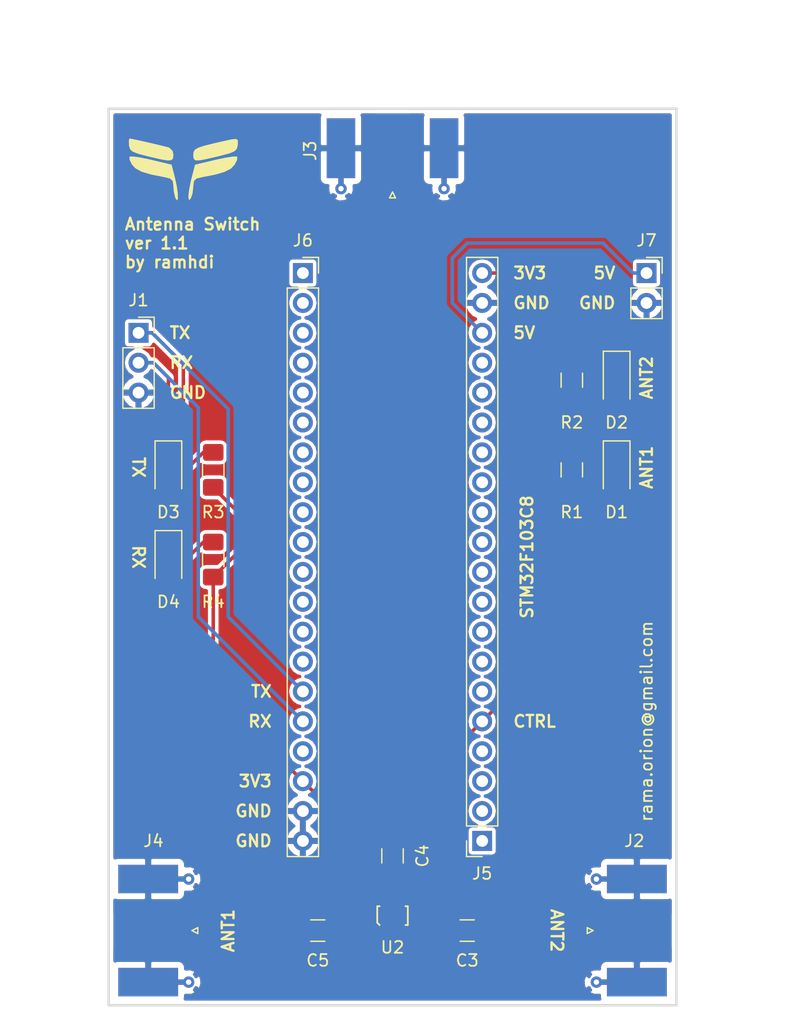
<source format=kicad_pcb>
(kicad_pcb (version 20171130) (host pcbnew "(5.0.0)")

  (general
    (thickness 1.6)
    (drawings 27)
    (tracks 69)
    (zones 0)
    (modules 20)
    (nets 48)
  )

  (page A4)
  (layers
    (0 F.Cu signal)
    (31 B.Cu signal)
    (32 B.Adhes user)
    (33 F.Adhes user)
    (34 B.Paste user)
    (35 F.Paste user)
    (36 B.SilkS user)
    (37 F.SilkS user)
    (38 B.Mask user)
    (39 F.Mask user)
    (40 Dwgs.User user)
    (41 Cmts.User user)
    (42 Eco1.User user)
    (43 Eco2.User user)
    (44 Edge.Cuts user)
    (45 Margin user)
    (46 B.CrtYd user)
    (47 F.CrtYd user)
    (48 B.Fab user)
    (49 F.Fab user)
  )

  (setup
    (last_trace_width 0.3)
    (user_trace_width 0.4)
    (user_trace_width 0.5)
    (user_trace_width 1)
    (user_trace_width 1.6)
    (trace_clearance 0.25)
    (zone_clearance 0.3)
    (zone_45_only no)
    (trace_min 0.2)
    (segment_width 0.2)
    (edge_width 0.15)
    (via_size 1)
    (via_drill 0.6)
    (via_min_size 0.4)
    (via_min_drill 0.3)
    (uvia_size 0.3)
    (uvia_drill 0.1)
    (uvias_allowed no)
    (uvia_min_size 0.2)
    (uvia_min_drill 0.1)
    (pcb_text_width 0.3)
    (pcb_text_size 1.5 1.5)
    (mod_edge_width 0.15)
    (mod_text_size 1 1)
    (mod_text_width 0.15)
    (pad_size 1.524 1.524)
    (pad_drill 0.762)
    (pad_to_mask_clearance 0.2)
    (aux_axis_origin 0 0)
    (visible_elements 7FFFFFFF)
    (pcbplotparams
      (layerselection 0x010e0_ffffffff)
      (usegerberextensions false)
      (usegerberattributes true)
      (usegerberadvancedattributes false)
      (creategerberjobfile false)
      (excludeedgelayer false)
      (linewidth 0.100000)
      (plotframeref false)
      (viasonmask false)
      (mode 1)
      (useauxorigin false)
      (hpglpennumber 1)
      (hpglpenspeed 20)
      (hpglpendiameter 15.000000)
      (psnegative false)
      (psa4output false)
      (plotreference true)
      (plotvalue true)
      (plotinvisibletext false)
      (padsonsilk false)
      (subtractmaskfromsilk false)
      (outputformat 1)
      (mirror false)
      (drillshape 0)
      (scaleselection 1)
      (outputdirectory ""))
  )

  (net 0 "")
  (net 1 +5V)
  (net 2 GND)
  (net 3 +3V3)
  (net 4 "Net-(C3-Pad1)")
  (net 5 ANT_2)
  (net 6 "Net-(C4-Pad1)")
  (net 7 ANT_C)
  (net 8 "Net-(C5-Pad1)")
  (net 9 ANT_1)
  (net 10 CTRL)
  (net 11 "Net-(J5-Pad2)")
  (net 12 "Net-(J5-Pad3)")
  (net 13 "Net-(J5-Pad4)")
  (net 14 "Net-(J5-Pad8)")
  (net 15 "Net-(J5-Pad9)")
  (net 16 "Net-(J5-Pad10)")
  (net 17 "Net-(J5-Pad11)")
  (net 18 "Net-(J5-Pad12)")
  (net 19 "Net-(J5-Pad13)")
  (net 20 "Net-(J5-Pad14)")
  (net 21 "Net-(J5-Pad15)")
  (net 22 "Net-(J5-Pad16)")
  (net 23 "Net-(J5-Pad17)")
  (net 24 "Net-(J6-Pad17)")
  (net 25 RX)
  (net 26 TX)
  (net 27 "Net-(J6-Pad14)")
  (net 28 "Net-(J6-Pad13)")
  (net 29 "Net-(J6-Pad12)")
  (net 30 "Net-(J6-Pad11)")
  (net 31 "Net-(J6-Pad10)")
  (net 32 "Net-(J6-Pad9)")
  (net 33 "Net-(J6-Pad8)")
  (net 34 "Net-(J6-Pad7)")
  (net 35 "Net-(J6-Pad6)")
  (net 36 "Net-(J6-Pad5)")
  (net 37 "Net-(J6-Pad4)")
  (net 38 "Net-(J6-Pad3)")
  (net 39 "Net-(J6-Pad2)")
  (net 40 "Net-(J6-Pad1)")
  (net 41 "Net-(J5-Pad1)")
  (net 42 "Net-(D1-Pad1)")
  (net 43 "Net-(D2-Pad2)")
  (net 44 "Net-(J5-Pad6)")
  (net 45 "Net-(J5-Pad7)")
  (net 46 "Net-(D3-Pad2)")
  (net 47 "Net-(D4-Pad2)")

  (net_class Default "This is the default net class."
    (clearance 0.25)
    (trace_width 0.3)
    (via_dia 1)
    (via_drill 0.6)
    (uvia_dia 0.3)
    (uvia_drill 0.1)
    (add_net +3V3)
    (add_net +5V)
    (add_net ANT_1)
    (add_net ANT_2)
    (add_net ANT_C)
    (add_net CTRL)
    (add_net GND)
    (add_net "Net-(C3-Pad1)")
    (add_net "Net-(C4-Pad1)")
    (add_net "Net-(C5-Pad1)")
    (add_net "Net-(D1-Pad1)")
    (add_net "Net-(D2-Pad2)")
    (add_net "Net-(D3-Pad2)")
    (add_net "Net-(D4-Pad2)")
    (add_net "Net-(J5-Pad1)")
    (add_net "Net-(J5-Pad10)")
    (add_net "Net-(J5-Pad11)")
    (add_net "Net-(J5-Pad12)")
    (add_net "Net-(J5-Pad13)")
    (add_net "Net-(J5-Pad14)")
    (add_net "Net-(J5-Pad15)")
    (add_net "Net-(J5-Pad16)")
    (add_net "Net-(J5-Pad17)")
    (add_net "Net-(J5-Pad2)")
    (add_net "Net-(J5-Pad3)")
    (add_net "Net-(J5-Pad4)")
    (add_net "Net-(J5-Pad6)")
    (add_net "Net-(J5-Pad7)")
    (add_net "Net-(J5-Pad8)")
    (add_net "Net-(J5-Pad9)")
    (add_net "Net-(J6-Pad1)")
    (add_net "Net-(J6-Pad10)")
    (add_net "Net-(J6-Pad11)")
    (add_net "Net-(J6-Pad12)")
    (add_net "Net-(J6-Pad13)")
    (add_net "Net-(J6-Pad14)")
    (add_net "Net-(J6-Pad17)")
    (add_net "Net-(J6-Pad2)")
    (add_net "Net-(J6-Pad3)")
    (add_net "Net-(J6-Pad4)")
    (add_net "Net-(J6-Pad5)")
    (add_net "Net-(J6-Pad6)")
    (add_net "Net-(J6-Pad7)")
    (add_net "Net-(J6-Pad8)")
    (add_net "Net-(J6-Pad9)")
    (add_net RX)
    (add_net TX)
  )

  (module LED_SMD:LED_1206_3216Metric_Pad1.42x1.75mm_HandSolder (layer F.Cu) (tedit 5B4B45C9) (tstamp 5BF426B6)
    (at 151.13 92.9275 270)
    (descr "LED SMD 1206 (3216 Metric), square (rectangular) end terminal, IPC_7351 nominal, (Body size source: http://www.tortai-tech.com/upload/download/2011102023233369053.pdf), generated with kicad-footprint-generator")
    (tags "LED handsolder")
    (path /5BE836AB)
    (attr smd)
    (fp_text reference D4 (at 3.5925 0) (layer F.SilkS)
      (effects (font (size 1 1) (thickness 0.15)))
    )
    (fp_text value LED (at 0 1.82 270) (layer F.Fab)
      (effects (font (size 1 1) (thickness 0.15)))
    )
    (fp_line (start 1.6 -0.8) (end -1.2 -0.8) (layer F.Fab) (width 0.1))
    (fp_line (start -1.2 -0.8) (end -1.6 -0.4) (layer F.Fab) (width 0.1))
    (fp_line (start -1.6 -0.4) (end -1.6 0.8) (layer F.Fab) (width 0.1))
    (fp_line (start -1.6 0.8) (end 1.6 0.8) (layer F.Fab) (width 0.1))
    (fp_line (start 1.6 0.8) (end 1.6 -0.8) (layer F.Fab) (width 0.1))
    (fp_line (start 1.6 -1.135) (end -2.46 -1.135) (layer F.SilkS) (width 0.12))
    (fp_line (start -2.46 -1.135) (end -2.46 1.135) (layer F.SilkS) (width 0.12))
    (fp_line (start -2.46 1.135) (end 1.6 1.135) (layer F.SilkS) (width 0.12))
    (fp_line (start -2.45 1.12) (end -2.45 -1.12) (layer F.CrtYd) (width 0.05))
    (fp_line (start -2.45 -1.12) (end 2.45 -1.12) (layer F.CrtYd) (width 0.05))
    (fp_line (start 2.45 -1.12) (end 2.45 1.12) (layer F.CrtYd) (width 0.05))
    (fp_line (start 2.45 1.12) (end -2.45 1.12) (layer F.CrtYd) (width 0.05))
    (fp_text user %R (at -0.2175 0 90) (layer F.Fab)
      (effects (font (size 0.8 0.8) (thickness 0.12)))
    )
    (pad 1 smd roundrect (at -1.4875 0 270) (size 1.425 1.75) (layers F.Cu F.Paste F.Mask) (roundrect_rratio 0.175439)
      (net 25 RX))
    (pad 2 smd roundrect (at 1.4875 0 270) (size 1.425 1.75) (layers F.Cu F.Paste F.Mask) (roundrect_rratio 0.175439)
      (net 47 "Net-(D4-Pad2)"))
    (model ${KISYS3DMOD}/LED_SMD.3dshapes/LED_1206_3216Metric.wrl
      (at (xyz 0 0 0))
      (scale (xyz 1 1 1))
      (rotate (xyz 0 0 0))
    )
  )

  (module PE4259:PE4259 (layer F.Cu) (tedit 56FBC43C) (tstamp 5A899BC9)
    (at 170.18 123.19)
    (path /5BBF1CC2)
    (fp_text reference U2 (at 0 2.7) (layer F.SilkS)
      (effects (font (size 1 1) (thickness 0.15)))
    )
    (fp_text value PE4259 (at 0 -2.5) (layer F.Fab)
      (effects (font (size 1 1) (thickness 0.15)))
    )
    (fp_line (start -1.1 0.8) (end -1.3 0.6) (layer F.SilkS) (width 0.15))
    (fp_line (start -1.3 -0.8) (end -1.3 0.6) (layer F.SilkS) (width 0.15))
    (fp_line (start -1.1 -0.8) (end -1.3 -0.8) (layer F.SilkS) (width 0.15))
    (fp_line (start 1.3 0.8) (end 1.1 0.8) (layer F.SilkS) (width 0.15))
    (fp_line (start 1.3 -0.8) (end 1.3 0.8) (layer F.SilkS) (width 0.15))
    (fp_line (start 1.1 -0.8) (end 1.3 -0.8) (layer F.SilkS) (width 0.15))
    (pad 2 smd trapezoid (at 0 0.975) (size 0.4 0.5) (layers F.Cu F.Paste F.Mask)
      (net 2 GND))
    (pad 1 smd trapezoid (at -0.65 0.975) (size 0.4 0.5) (layers F.Cu F.Paste F.Mask)
      (net 9 ANT_1))
    (pad 3 smd trapezoid (at 0.65 0.975) (size 0.4 0.5) (layers F.Cu F.Paste F.Mask)
      (net 5 ANT_2))
    (pad 4 smd trapezoid (at 0.65 -0.975) (size 0.4 0.5) (layers F.Cu F.Paste F.Mask)
      (net 10 CTRL))
    (pad 5 smd trapezoid (at 0 -0.975) (size 0.4 0.5) (layers F.Cu F.Paste F.Mask)
      (net 7 ANT_C))
    (pad 6 smd trapezoid (at -0.65 -0.975) (size 0.4 0.5) (layers F.Cu F.Paste F.Mask)
      (net 3 +3V3))
    (model ../../../../../home/liknus/git/lsf-kicad-libs/PE4259.3dshapes/PE4259.wrl
      (at (xyz 0 0 0))
      (scale (xyz 0.3937 0.3937 0.3937))
      (rotate (xyz 0 0 0))
    )
  )

  (module Connector_Coaxial:SMA_Molex_73251-1153_EdgeMount_Horizontal (layer F.Cu) (tedit 5A1B666F) (tstamp 5BF3F436)
    (at 189.23 124.46 180)
    (descr "Molex SMA RF Connectors, Edge Mount, (http://www.molex.com/pdm_docs/sd/732511150_sd.pdf)")
    (tags "sma edge")
    (path /5BBF1B4F)
    (attr smd)
    (fp_text reference J2 (at -1.5 7.62 180) (layer F.SilkS)
      (effects (font (size 1 1) (thickness 0.15)))
    )
    (fp_text value Conn_Coaxial (at -1.72 -7.11 180) (layer F.Fab)
      (effects (font (size 1 1) (thickness 0.15)))
    )
    (fp_line (start -5.91 4.76) (end 0.49 4.76) (layer F.Fab) (width 0.1))
    (fp_line (start -5.91 -4.76) (end -5.91 4.76) (layer F.Fab) (width 0.1))
    (fp_line (start 0.49 -4.76) (end -5.91 -4.76) (layer F.Fab) (width 0.1))
    (fp_line (start -4.76 -3.75) (end -4.76 3.75) (layer F.Fab) (width 0.1))
    (fp_line (start -13.79 2.65) (end -5.91 2.65) (layer F.Fab) (width 0.1))
    (fp_line (start -13.79 -2.65) (end -13.79 2.65) (layer F.Fab) (width 0.1))
    (fp_line (start -13.79 -2.65) (end -5.91 -2.65) (layer F.Fab) (width 0.1))
    (fp_line (start -4.76 3.75) (end 0.49 3.75) (layer F.Fab) (width 0.1))
    (fp_line (start -4.76 -3.75) (end 0.49 -3.75) (layer F.Fab) (width 0.1))
    (fp_line (start 2.71 -6.09) (end -14.29 -6.09) (layer F.CrtYd) (width 0.05))
    (fp_line (start 2.71 -6.09) (end 2.71 6.09) (layer F.CrtYd) (width 0.05))
    (fp_line (start -14.29 6.09) (end 2.71 6.09) (layer B.CrtYd) (width 0.05))
    (fp_line (start -14.29 -6.09) (end -14.29 6.09) (layer B.CrtYd) (width 0.05))
    (fp_line (start -14.29 -6.09) (end 2.71 -6.09) (layer B.CrtYd) (width 0.05))
    (fp_line (start 2.71 -6.09) (end 2.71 6.09) (layer B.CrtYd) (width 0.05))
    (fp_line (start -14.29 6.09) (end 2.71 6.09) (layer F.CrtYd) (width 0.05))
    (fp_line (start -14.29 -6.09) (end -14.29 6.09) (layer F.CrtYd) (width 0.05))
    (fp_line (start 0.49 -4.76) (end 0.49 -3.75) (layer F.Fab) (width 0.1))
    (fp_line (start 0.49 3.75) (end 0.49 4.76) (layer F.Fab) (width 0.1))
    (fp_line (start 0.49 -0.38) (end 0.49 0.38) (layer F.Fab) (width 0.1))
    (fp_line (start -4.76 0.38) (end 0.49 0.38) (layer F.Fab) (width 0.1))
    (fp_line (start -4.76 -0.38) (end 0.49 -0.38) (layer F.Fab) (width 0.1))
    (fp_line (start 2 0) (end 2.5 -0.25) (layer F.SilkS) (width 0.12))
    (fp_line (start 2.5 -0.25) (end 2.5 0.25) (layer F.SilkS) (width 0.12))
    (fp_line (start 2.5 0.25) (end 2 0) (layer F.SilkS) (width 0.12))
    (fp_line (start 2.5 -0.25) (end 2 0) (layer F.Fab) (width 0.1))
    (fp_line (start 2 0) (end 2.5 0.25) (layer F.Fab) (width 0.1))
    (fp_line (start 2.5 0.25) (end 2.5 -0.25) (layer F.Fab) (width 0.1))
    (fp_text user %R (at -1.5 7 180) (layer F.Fab)
      (effects (font (size 1 1) (thickness 0.15)))
    )
    (pad 2 smd rect (at 1.27 4.38 180) (size 0.95 0.46) (layers B.Cu)
      (net 2 GND))
    (pad 2 smd rect (at 1.27 -4.38 180) (size 0.95 0.46) (layers B.Cu)
      (net 2 GND))
    (pad 2 smd rect (at 1.27 4.38 180) (size 0.95 0.46) (layers F.Cu)
      (net 2 GND))
    (pad 2 smd rect (at 1.27 -4.38 180) (size 0.95 0.46) (layers F.Cu)
      (net 2 GND))
    (pad 2 thru_hole circle (at 1.72 4.38 180) (size 0.97 0.97) (drill 0.46) (layers *.Cu)
      (net 2 GND))
    (pad 2 thru_hole circle (at 1.72 -4.38 180) (size 0.97 0.97) (drill 0.46) (layers *.Cu)
      (net 2 GND))
    (pad 2 smd rect (at -1.72 4.38 180) (size 5.08 2.42) (layers B.Cu B.Paste B.Mask)
      (net 2 GND))
    (pad 2 smd rect (at -1.72 -4.38 180) (size 5.08 2.42) (layers B.Cu B.Paste B.Mask)
      (net 2 GND))
    (pad 2 smd rect (at -1.72 4.38 180) (size 5.08 2.42) (layers F.Cu F.Paste F.Mask)
      (net 2 GND))
    (pad 2 smd rect (at -1.72 -4.38 180) (size 5.08 2.42) (layers F.Cu F.Paste F.Mask)
      (net 2 GND))
    (pad 1 smd rect (at -1.72 0 180) (size 5.08 2.29) (layers F.Cu F.Paste F.Mask)
      (net 4 "Net-(C3-Pad1)"))
    (model ${KISYS3DMOD}/Connector_Coaxial.3dshapes/SMA_Molex_73251-1153_EdgeMount_Horizontal.wrl
      (at (xyz 0 0 0))
      (scale (xyz 1 1 1))
      (rotate (xyz 0 0 0))
    )
  )

  (module Connector_Coaxial:SMA_Molex_73251-1153_EdgeMount_Horizontal (layer F.Cu) (tedit 5A1B666F) (tstamp 5BF3F462)
    (at 170.18 59.69 270)
    (descr "Molex SMA RF Connectors, Edge Mount, (http://www.molex.com/pdm_docs/sd/732511150_sd.pdf)")
    (tags "sma edge")
    (path /5BBF1BC3)
    (attr smd)
    (fp_text reference J3 (at -1.5 7 270) (layer F.SilkS)
      (effects (font (size 1 1) (thickness 0.15)))
    )
    (fp_text value Conn_Coaxial (at -1.72 -7.11 270) (layer F.Fab)
      (effects (font (size 1 1) (thickness 0.15)))
    )
    (fp_text user %R (at -1.5 7 270) (layer F.Fab)
      (effects (font (size 1 1) (thickness 0.15)))
    )
    (fp_line (start 2.5 0.25) (end 2.5 -0.25) (layer F.Fab) (width 0.1))
    (fp_line (start 2 0) (end 2.5 0.25) (layer F.Fab) (width 0.1))
    (fp_line (start 2.5 -0.25) (end 2 0) (layer F.Fab) (width 0.1))
    (fp_line (start 2.5 0.25) (end 2 0) (layer F.SilkS) (width 0.12))
    (fp_line (start 2.5 -0.25) (end 2.5 0.25) (layer F.SilkS) (width 0.12))
    (fp_line (start 2 0) (end 2.5 -0.25) (layer F.SilkS) (width 0.12))
    (fp_line (start -4.76 -0.38) (end 0.49 -0.38) (layer F.Fab) (width 0.1))
    (fp_line (start -4.76 0.38) (end 0.49 0.38) (layer F.Fab) (width 0.1))
    (fp_line (start 0.49 -0.38) (end 0.49 0.38) (layer F.Fab) (width 0.1))
    (fp_line (start 0.49 3.75) (end 0.49 4.76) (layer F.Fab) (width 0.1))
    (fp_line (start 0.49 -4.76) (end 0.49 -3.75) (layer F.Fab) (width 0.1))
    (fp_line (start -14.29 -6.09) (end -14.29 6.09) (layer F.CrtYd) (width 0.05))
    (fp_line (start -14.29 6.09) (end 2.71 6.09) (layer F.CrtYd) (width 0.05))
    (fp_line (start 2.71 -6.09) (end 2.71 6.09) (layer B.CrtYd) (width 0.05))
    (fp_line (start -14.29 -6.09) (end 2.71 -6.09) (layer B.CrtYd) (width 0.05))
    (fp_line (start -14.29 -6.09) (end -14.29 6.09) (layer B.CrtYd) (width 0.05))
    (fp_line (start -14.29 6.09) (end 2.71 6.09) (layer B.CrtYd) (width 0.05))
    (fp_line (start 2.71 -6.09) (end 2.71 6.09) (layer F.CrtYd) (width 0.05))
    (fp_line (start 2.71 -6.09) (end -14.29 -6.09) (layer F.CrtYd) (width 0.05))
    (fp_line (start -4.76 -3.75) (end 0.49 -3.75) (layer F.Fab) (width 0.1))
    (fp_line (start -4.76 3.75) (end 0.49 3.75) (layer F.Fab) (width 0.1))
    (fp_line (start -13.79 -2.65) (end -5.91 -2.65) (layer F.Fab) (width 0.1))
    (fp_line (start -13.79 -2.65) (end -13.79 2.65) (layer F.Fab) (width 0.1))
    (fp_line (start -13.79 2.65) (end -5.91 2.65) (layer F.Fab) (width 0.1))
    (fp_line (start -4.76 -3.75) (end -4.76 3.75) (layer F.Fab) (width 0.1))
    (fp_line (start 0.49 -4.76) (end -5.91 -4.76) (layer F.Fab) (width 0.1))
    (fp_line (start -5.91 -4.76) (end -5.91 4.76) (layer F.Fab) (width 0.1))
    (fp_line (start -5.91 4.76) (end 0.49 4.76) (layer F.Fab) (width 0.1))
    (pad 1 smd rect (at -1.72 0 270) (size 5.08 2.29) (layers F.Cu F.Paste F.Mask)
      (net 6 "Net-(C4-Pad1)"))
    (pad 2 smd rect (at -1.72 -4.38 270) (size 5.08 2.42) (layers F.Cu F.Paste F.Mask)
      (net 2 GND))
    (pad 2 smd rect (at -1.72 4.38 270) (size 5.08 2.42) (layers F.Cu F.Paste F.Mask)
      (net 2 GND))
    (pad 2 smd rect (at -1.72 -4.38 270) (size 5.08 2.42) (layers B.Cu B.Paste B.Mask)
      (net 2 GND))
    (pad 2 smd rect (at -1.72 4.38 270) (size 5.08 2.42) (layers B.Cu B.Paste B.Mask)
      (net 2 GND))
    (pad 2 thru_hole circle (at 1.72 -4.38 270) (size 0.97 0.97) (drill 0.46) (layers *.Cu)
      (net 2 GND))
    (pad 2 thru_hole circle (at 1.72 4.38 270) (size 0.97 0.97) (drill 0.46) (layers *.Cu)
      (net 2 GND))
    (pad 2 smd rect (at 1.27 -4.38 270) (size 0.95 0.46) (layers F.Cu)
      (net 2 GND))
    (pad 2 smd rect (at 1.27 4.38 270) (size 0.95 0.46) (layers F.Cu)
      (net 2 GND))
    (pad 2 smd rect (at 1.27 -4.38 270) (size 0.95 0.46) (layers B.Cu)
      (net 2 GND))
    (pad 2 smd rect (at 1.27 4.38 270) (size 0.95 0.46) (layers B.Cu)
      (net 2 GND))
    (model ${KISYS3DMOD}/Connector_Coaxial.3dshapes/SMA_Molex_73251-1153_EdgeMount_Horizontal.wrl
      (at (xyz 0 0 0))
      (scale (xyz 1 1 1))
      (rotate (xyz 0 0 0))
    )
  )

  (module Connector_Coaxial:SMA_Molex_73251-1153_EdgeMount_Horizontal (layer F.Cu) (tedit 5A1B666F) (tstamp 5BF3F48E)
    (at 151.13 124.46)
    (descr "Molex SMA RF Connectors, Edge Mount, (http://www.molex.com/pdm_docs/sd/732511150_sd.pdf)")
    (tags "sma edge")
    (path /5BBF1AE2)
    (attr smd)
    (fp_text reference J4 (at -1.27 -7.62) (layer F.SilkS)
      (effects (font (size 1 1) (thickness 0.15)))
    )
    (fp_text value Conn_Coaxial (at -1.72 -7.11) (layer F.Fab)
      (effects (font (size 1 1) (thickness 0.15)))
    )
    (fp_text user %R (at -1.5 7) (layer F.Fab)
      (effects (font (size 1 1) (thickness 0.15)))
    )
    (fp_line (start 2.5 0.25) (end 2.5 -0.25) (layer F.Fab) (width 0.1))
    (fp_line (start 2 0) (end 2.5 0.25) (layer F.Fab) (width 0.1))
    (fp_line (start 2.5 -0.25) (end 2 0) (layer F.Fab) (width 0.1))
    (fp_line (start 2.5 0.25) (end 2 0) (layer F.SilkS) (width 0.12))
    (fp_line (start 2.5 -0.25) (end 2.5 0.25) (layer F.SilkS) (width 0.12))
    (fp_line (start 2 0) (end 2.5 -0.25) (layer F.SilkS) (width 0.12))
    (fp_line (start -4.76 -0.38) (end 0.49 -0.38) (layer F.Fab) (width 0.1))
    (fp_line (start -4.76 0.38) (end 0.49 0.38) (layer F.Fab) (width 0.1))
    (fp_line (start 0.49 -0.38) (end 0.49 0.38) (layer F.Fab) (width 0.1))
    (fp_line (start 0.49 3.75) (end 0.49 4.76) (layer F.Fab) (width 0.1))
    (fp_line (start 0.49 -4.76) (end 0.49 -3.75) (layer F.Fab) (width 0.1))
    (fp_line (start -14.29 -6.09) (end -14.29 6.09) (layer F.CrtYd) (width 0.05))
    (fp_line (start -14.29 6.09) (end 2.71 6.09) (layer F.CrtYd) (width 0.05))
    (fp_line (start 2.71 -6.09) (end 2.71 6.09) (layer B.CrtYd) (width 0.05))
    (fp_line (start -14.29 -6.09) (end 2.71 -6.09) (layer B.CrtYd) (width 0.05))
    (fp_line (start -14.29 -6.09) (end -14.29 6.09) (layer B.CrtYd) (width 0.05))
    (fp_line (start -14.29 6.09) (end 2.71 6.09) (layer B.CrtYd) (width 0.05))
    (fp_line (start 2.71 -6.09) (end 2.71 6.09) (layer F.CrtYd) (width 0.05))
    (fp_line (start 2.71 -6.09) (end -14.29 -6.09) (layer F.CrtYd) (width 0.05))
    (fp_line (start -4.76 -3.75) (end 0.49 -3.75) (layer F.Fab) (width 0.1))
    (fp_line (start -4.76 3.75) (end 0.49 3.75) (layer F.Fab) (width 0.1))
    (fp_line (start -13.79 -2.65) (end -5.91 -2.65) (layer F.Fab) (width 0.1))
    (fp_line (start -13.79 -2.65) (end -13.79 2.65) (layer F.Fab) (width 0.1))
    (fp_line (start -13.79 2.65) (end -5.91 2.65) (layer F.Fab) (width 0.1))
    (fp_line (start -4.76 -3.75) (end -4.76 3.75) (layer F.Fab) (width 0.1))
    (fp_line (start 0.49 -4.76) (end -5.91 -4.76) (layer F.Fab) (width 0.1))
    (fp_line (start -5.91 -4.76) (end -5.91 4.76) (layer F.Fab) (width 0.1))
    (fp_line (start -5.91 4.76) (end 0.49 4.76) (layer F.Fab) (width 0.1))
    (pad 1 smd rect (at -1.72 0) (size 5.08 2.29) (layers F.Cu F.Paste F.Mask)
      (net 8 "Net-(C5-Pad1)"))
    (pad 2 smd rect (at -1.72 -4.38) (size 5.08 2.42) (layers F.Cu F.Paste F.Mask)
      (net 2 GND))
    (pad 2 smd rect (at -1.72 4.38) (size 5.08 2.42) (layers F.Cu F.Paste F.Mask)
      (net 2 GND))
    (pad 2 smd rect (at -1.72 -4.38) (size 5.08 2.42) (layers B.Cu B.Paste B.Mask)
      (net 2 GND))
    (pad 2 smd rect (at -1.72 4.38) (size 5.08 2.42) (layers B.Cu B.Paste B.Mask)
      (net 2 GND))
    (pad 2 thru_hole circle (at 1.72 -4.38) (size 0.97 0.97) (drill 0.46) (layers *.Cu)
      (net 2 GND))
    (pad 2 thru_hole circle (at 1.72 4.38) (size 0.97 0.97) (drill 0.46) (layers *.Cu)
      (net 2 GND))
    (pad 2 smd rect (at 1.27 -4.38) (size 0.95 0.46) (layers F.Cu)
      (net 2 GND))
    (pad 2 smd rect (at 1.27 4.38) (size 0.95 0.46) (layers F.Cu)
      (net 2 GND))
    (pad 2 smd rect (at 1.27 -4.38) (size 0.95 0.46) (layers B.Cu)
      (net 2 GND))
    (pad 2 smd rect (at 1.27 4.38) (size 0.95 0.46) (layers B.Cu)
      (net 2 GND))
    (model ${KISYS3DMOD}/Connector_Coaxial.3dshapes/SMA_Molex_73251-1153_EdgeMount_Horizontal.wrl
      (at (xyz 0 0 0))
      (scale (xyz 1 1 1))
      (rotate (xyz 0 0 0))
    )
  )

  (module Connector_PinSocket_2.54mm:PinSocket_1x03_P2.54mm_Vertical (layer F.Cu) (tedit 5A19A429) (tstamp 5BF4228D)
    (at 148.59 73.66)
    (descr "Through hole straight socket strip, 1x03, 2.54mm pitch, single row (from Kicad 4.0.7), script generated")
    (tags "Through hole socket strip THT 1x03 2.54mm single row")
    (path /5BE7E64D)
    (fp_text reference J1 (at 0 -2.77) (layer F.SilkS)
      (effects (font (size 1 1) (thickness 0.15)))
    )
    (fp_text value Conn_01x03 (at 0 7.85) (layer F.Fab)
      (effects (font (size 1 1) (thickness 0.15)))
    )
    (fp_line (start -1.27 -1.27) (end 0.635 -1.27) (layer F.Fab) (width 0.1))
    (fp_line (start 0.635 -1.27) (end 1.27 -0.635) (layer F.Fab) (width 0.1))
    (fp_line (start 1.27 -0.635) (end 1.27 6.35) (layer F.Fab) (width 0.1))
    (fp_line (start 1.27 6.35) (end -1.27 6.35) (layer F.Fab) (width 0.1))
    (fp_line (start -1.27 6.35) (end -1.27 -1.27) (layer F.Fab) (width 0.1))
    (fp_line (start -1.33 1.27) (end 1.33 1.27) (layer F.SilkS) (width 0.12))
    (fp_line (start -1.33 1.27) (end -1.33 6.41) (layer F.SilkS) (width 0.12))
    (fp_line (start -1.33 6.41) (end 1.33 6.41) (layer F.SilkS) (width 0.12))
    (fp_line (start 1.33 1.27) (end 1.33 6.41) (layer F.SilkS) (width 0.12))
    (fp_line (start 1.33 -1.33) (end 1.33 0) (layer F.SilkS) (width 0.12))
    (fp_line (start 0 -1.33) (end 1.33 -1.33) (layer F.SilkS) (width 0.12))
    (fp_line (start -1.8 -1.8) (end 1.75 -1.8) (layer F.CrtYd) (width 0.05))
    (fp_line (start 1.75 -1.8) (end 1.75 6.85) (layer F.CrtYd) (width 0.05))
    (fp_line (start 1.75 6.85) (end -1.8 6.85) (layer F.CrtYd) (width 0.05))
    (fp_line (start -1.8 6.85) (end -1.8 -1.8) (layer F.CrtYd) (width 0.05))
    (fp_text user %R (at 0 2.54 90) (layer F.Fab)
      (effects (font (size 1 1) (thickness 0.15)))
    )
    (pad 1 thru_hole rect (at 0 0) (size 1.7 1.7) (drill 1) (layers *.Cu *.Mask)
      (net 26 TX))
    (pad 2 thru_hole oval (at 0 2.54) (size 1.7 1.7) (drill 1) (layers *.Cu *.Mask)
      (net 25 RX))
    (pad 3 thru_hole oval (at 0 5.08) (size 1.7 1.7) (drill 1) (layers *.Cu *.Mask)
      (net 2 GND))
    (model ${KISYS3DMOD}/Connector_PinSocket_2.54mm.3dshapes/PinSocket_1x03_P2.54mm_Vertical.wrl
      (at (xyz 0 0 0))
      (scale (xyz 1 1 1))
      (rotate (xyz 0 0 0))
    )
  )

  (module Connector_PinSocket_2.54mm:PinSocket_1x20_P2.54mm_Vertical (layer F.Cu) (tedit 5A19A41E) (tstamp 5BF4228E)
    (at 177.8 116.84 180)
    (descr "Through hole straight socket strip, 1x20, 2.54mm pitch, single row (from Kicad 4.0.7), script generated")
    (tags "Through hole socket strip THT 1x20 2.54mm single row")
    (path /5BE70400)
    (fp_text reference J5 (at 0 -2.77 180) (layer F.SilkS)
      (effects (font (size 1 1) (thickness 0.15)))
    )
    (fp_text value STM32_L (at 0 51.03 180) (layer F.Fab)
      (effects (font (size 1 1) (thickness 0.15)))
    )
    (fp_line (start -1.27 -1.27) (end 0.635 -1.27) (layer F.Fab) (width 0.1))
    (fp_line (start 0.635 -1.27) (end 1.27 -0.635) (layer F.Fab) (width 0.1))
    (fp_line (start 1.27 -0.635) (end 1.27 49.53) (layer F.Fab) (width 0.1))
    (fp_line (start 1.27 49.53) (end -1.27 49.53) (layer F.Fab) (width 0.1))
    (fp_line (start -1.27 49.53) (end -1.27 -1.27) (layer F.Fab) (width 0.1))
    (fp_line (start -1.33 1.27) (end 1.33 1.27) (layer F.SilkS) (width 0.12))
    (fp_line (start -1.33 1.27) (end -1.33 49.59) (layer F.SilkS) (width 0.12))
    (fp_line (start -1.33 49.59) (end 1.33 49.59) (layer F.SilkS) (width 0.12))
    (fp_line (start 1.33 1.27) (end 1.33 49.59) (layer F.SilkS) (width 0.12))
    (fp_line (start 1.33 -1.33) (end 1.33 0) (layer F.SilkS) (width 0.12))
    (fp_line (start 0 -1.33) (end 1.33 -1.33) (layer F.SilkS) (width 0.12))
    (fp_line (start -1.8 -1.8) (end 1.75 -1.8) (layer F.CrtYd) (width 0.05))
    (fp_line (start 1.75 -1.8) (end 1.75 50) (layer F.CrtYd) (width 0.05))
    (fp_line (start 1.75 50) (end -1.8 50) (layer F.CrtYd) (width 0.05))
    (fp_line (start -1.8 50) (end -1.8 -1.8) (layer F.CrtYd) (width 0.05))
    (fp_text user %R (at 0 24.13 270) (layer F.Fab)
      (effects (font (size 1 1) (thickness 0.15)))
    )
    (pad 1 thru_hole rect (at 0 0 180) (size 1.7 1.7) (drill 1) (layers *.Cu *.Mask)
      (net 41 "Net-(J5-Pad1)"))
    (pad 2 thru_hole oval (at 0 2.54 180) (size 1.7 1.7) (drill 1) (layers *.Cu *.Mask)
      (net 11 "Net-(J5-Pad2)"))
    (pad 3 thru_hole oval (at 0 5.08 180) (size 1.7 1.7) (drill 1) (layers *.Cu *.Mask)
      (net 12 "Net-(J5-Pad3)"))
    (pad 4 thru_hole oval (at 0 7.62 180) (size 1.7 1.7) (drill 1) (layers *.Cu *.Mask)
      (net 13 "Net-(J5-Pad4)"))
    (pad 5 thru_hole oval (at 0 10.16 180) (size 1.7 1.7) (drill 1) (layers *.Cu *.Mask)
      (net 10 CTRL))
    (pad 6 thru_hole oval (at 0 12.7 180) (size 1.7 1.7) (drill 1) (layers *.Cu *.Mask)
      (net 44 "Net-(J5-Pad6)"))
    (pad 7 thru_hole oval (at 0 15.24 180) (size 1.7 1.7) (drill 1) (layers *.Cu *.Mask)
      (net 45 "Net-(J5-Pad7)"))
    (pad 8 thru_hole oval (at 0 17.78 180) (size 1.7 1.7) (drill 1) (layers *.Cu *.Mask)
      (net 14 "Net-(J5-Pad8)"))
    (pad 9 thru_hole oval (at 0 20.32 180) (size 1.7 1.7) (drill 1) (layers *.Cu *.Mask)
      (net 15 "Net-(J5-Pad9)"))
    (pad 10 thru_hole oval (at 0 22.86 180) (size 1.7 1.7) (drill 1) (layers *.Cu *.Mask)
      (net 16 "Net-(J5-Pad10)"))
    (pad 11 thru_hole oval (at 0 25.4 180) (size 1.7 1.7) (drill 1) (layers *.Cu *.Mask)
      (net 17 "Net-(J5-Pad11)"))
    (pad 12 thru_hole oval (at 0 27.94 180) (size 1.7 1.7) (drill 1) (layers *.Cu *.Mask)
      (net 18 "Net-(J5-Pad12)"))
    (pad 13 thru_hole oval (at 0 30.48 180) (size 1.7 1.7) (drill 1) (layers *.Cu *.Mask)
      (net 19 "Net-(J5-Pad13)"))
    (pad 14 thru_hole oval (at 0 33.02 180) (size 1.7 1.7) (drill 1) (layers *.Cu *.Mask)
      (net 20 "Net-(J5-Pad14)"))
    (pad 15 thru_hole oval (at 0 35.56 180) (size 1.7 1.7) (drill 1) (layers *.Cu *.Mask)
      (net 21 "Net-(J5-Pad15)"))
    (pad 16 thru_hole oval (at 0 38.1 180) (size 1.7 1.7) (drill 1) (layers *.Cu *.Mask)
      (net 22 "Net-(J5-Pad16)"))
    (pad 17 thru_hole oval (at 0 40.64 180) (size 1.7 1.7) (drill 1) (layers *.Cu *.Mask)
      (net 23 "Net-(J5-Pad17)"))
    (pad 18 thru_hole oval (at 0 43.18 180) (size 1.7 1.7) (drill 1) (layers *.Cu *.Mask)
      (net 1 +5V))
    (pad 19 thru_hole oval (at 0 45.72 180) (size 1.7 1.7) (drill 1) (layers *.Cu *.Mask)
      (net 2 GND))
    (pad 20 thru_hole oval (at 0 48.26 180) (size 1.7 1.7) (drill 1) (layers *.Cu *.Mask)
      (net 3 +3V3))
    (model ${KISYS3DMOD}/Connector_PinSocket_2.54mm.3dshapes/PinSocket_1x20_P2.54mm_Vertical.wrl
      (at (xyz 0 0 0))
      (scale (xyz 1 1 1))
      (rotate (xyz 0 0 0))
    )
  )

  (module Connector_PinSocket_2.54mm:PinSocket_1x20_P2.54mm_Vertical (layer F.Cu) (tedit 5A19A41E) (tstamp 5BF422B5)
    (at 162.56 68.58)
    (descr "Through hole straight socket strip, 1x20, 2.54mm pitch, single row (from Kicad 4.0.7), script generated")
    (tags "Through hole socket strip THT 1x20 2.54mm single row")
    (path /5BE704A4)
    (fp_text reference J6 (at 0 -2.77) (layer F.SilkS)
      (effects (font (size 1 1) (thickness 0.15)))
    )
    (fp_text value STM32_R (at 0 51.03) (layer F.Fab)
      (effects (font (size 1 1) (thickness 0.15)))
    )
    (fp_text user %R (at 0 24.13 90) (layer F.Fab)
      (effects (font (size 1 1) (thickness 0.15)))
    )
    (fp_line (start -1.8 50) (end -1.8 -1.8) (layer F.CrtYd) (width 0.05))
    (fp_line (start 1.75 50) (end -1.8 50) (layer F.CrtYd) (width 0.05))
    (fp_line (start 1.75 -1.8) (end 1.75 50) (layer F.CrtYd) (width 0.05))
    (fp_line (start -1.8 -1.8) (end 1.75 -1.8) (layer F.CrtYd) (width 0.05))
    (fp_line (start 0 -1.33) (end 1.33 -1.33) (layer F.SilkS) (width 0.12))
    (fp_line (start 1.33 -1.33) (end 1.33 0) (layer F.SilkS) (width 0.12))
    (fp_line (start 1.33 1.27) (end 1.33 49.59) (layer F.SilkS) (width 0.12))
    (fp_line (start -1.33 49.59) (end 1.33 49.59) (layer F.SilkS) (width 0.12))
    (fp_line (start -1.33 1.27) (end -1.33 49.59) (layer F.SilkS) (width 0.12))
    (fp_line (start -1.33 1.27) (end 1.33 1.27) (layer F.SilkS) (width 0.12))
    (fp_line (start -1.27 49.53) (end -1.27 -1.27) (layer F.Fab) (width 0.1))
    (fp_line (start 1.27 49.53) (end -1.27 49.53) (layer F.Fab) (width 0.1))
    (fp_line (start 1.27 -0.635) (end 1.27 49.53) (layer F.Fab) (width 0.1))
    (fp_line (start 0.635 -1.27) (end 1.27 -0.635) (layer F.Fab) (width 0.1))
    (fp_line (start -1.27 -1.27) (end 0.635 -1.27) (layer F.Fab) (width 0.1))
    (pad 20 thru_hole oval (at 0 48.26) (size 1.7 1.7) (drill 1) (layers *.Cu *.Mask)
      (net 2 GND))
    (pad 19 thru_hole oval (at 0 45.72) (size 1.7 1.7) (drill 1) (layers *.Cu *.Mask)
      (net 2 GND))
    (pad 18 thru_hole oval (at 0 43.18) (size 1.7 1.7) (drill 1) (layers *.Cu *.Mask)
      (net 3 +3V3))
    (pad 17 thru_hole oval (at 0 40.64) (size 1.7 1.7) (drill 1) (layers *.Cu *.Mask)
      (net 24 "Net-(J6-Pad17)"))
    (pad 16 thru_hole oval (at 0 38.1) (size 1.7 1.7) (drill 1) (layers *.Cu *.Mask)
      (net 25 RX))
    (pad 15 thru_hole oval (at 0 35.56) (size 1.7 1.7) (drill 1) (layers *.Cu *.Mask)
      (net 26 TX))
    (pad 14 thru_hole oval (at 0 33.02) (size 1.7 1.7) (drill 1) (layers *.Cu *.Mask)
      (net 27 "Net-(J6-Pad14)"))
    (pad 13 thru_hole oval (at 0 30.48) (size 1.7 1.7) (drill 1) (layers *.Cu *.Mask)
      (net 28 "Net-(J6-Pad13)"))
    (pad 12 thru_hole oval (at 0 27.94) (size 1.7 1.7) (drill 1) (layers *.Cu *.Mask)
      (net 29 "Net-(J6-Pad12)"))
    (pad 11 thru_hole oval (at 0 25.4) (size 1.7 1.7) (drill 1) (layers *.Cu *.Mask)
      (net 30 "Net-(J6-Pad11)"))
    (pad 10 thru_hole oval (at 0 22.86) (size 1.7 1.7) (drill 1) (layers *.Cu *.Mask)
      (net 31 "Net-(J6-Pad10)"))
    (pad 9 thru_hole oval (at 0 20.32) (size 1.7 1.7) (drill 1) (layers *.Cu *.Mask)
      (net 32 "Net-(J6-Pad9)"))
    (pad 8 thru_hole oval (at 0 17.78) (size 1.7 1.7) (drill 1) (layers *.Cu *.Mask)
      (net 33 "Net-(J6-Pad8)"))
    (pad 7 thru_hole oval (at 0 15.24) (size 1.7 1.7) (drill 1) (layers *.Cu *.Mask)
      (net 34 "Net-(J6-Pad7)"))
    (pad 6 thru_hole oval (at 0 12.7) (size 1.7 1.7) (drill 1) (layers *.Cu *.Mask)
      (net 35 "Net-(J6-Pad6)"))
    (pad 5 thru_hole oval (at 0 10.16) (size 1.7 1.7) (drill 1) (layers *.Cu *.Mask)
      (net 36 "Net-(J6-Pad5)"))
    (pad 4 thru_hole oval (at 0 7.62) (size 1.7 1.7) (drill 1) (layers *.Cu *.Mask)
      (net 37 "Net-(J6-Pad4)"))
    (pad 3 thru_hole oval (at 0 5.08) (size 1.7 1.7) (drill 1) (layers *.Cu *.Mask)
      (net 38 "Net-(J6-Pad3)"))
    (pad 2 thru_hole oval (at 0 2.54) (size 1.7 1.7) (drill 1) (layers *.Cu *.Mask)
      (net 39 "Net-(J6-Pad2)"))
    (pad 1 thru_hole rect (at 0 0) (size 1.7 1.7) (drill 1) (layers *.Cu *.Mask)
      (net 40 "Net-(J6-Pad1)"))
    (model ${KISYS3DMOD}/Connector_PinSocket_2.54mm.3dshapes/PinSocket_1x20_P2.54mm_Vertical.wrl
      (at (xyz 0 0 0))
      (scale (xyz 1 1 1))
      (rotate (xyz 0 0 0))
    )
  )

  (module Connector_PinSocket_2.54mm:PinSocket_1x02_P2.54mm_Vertical (layer F.Cu) (tedit 5A19A420) (tstamp 5BF422DC)
    (at 191.77 68.58)
    (descr "Through hole straight socket strip, 1x02, 2.54mm pitch, single row (from Kicad 4.0.7), script generated")
    (tags "Through hole socket strip THT 1x02 2.54mm single row")
    (path /5BE7ED12)
    (fp_text reference J7 (at 0 -2.77) (layer F.SilkS)
      (effects (font (size 1 1) (thickness 0.15)))
    )
    (fp_text value Conn_01x02 (at 0 5.31) (layer F.Fab)
      (effects (font (size 1 1) (thickness 0.15)))
    )
    (fp_line (start -1.27 -1.27) (end 0.635 -1.27) (layer F.Fab) (width 0.1))
    (fp_line (start 0.635 -1.27) (end 1.27 -0.635) (layer F.Fab) (width 0.1))
    (fp_line (start 1.27 -0.635) (end 1.27 3.81) (layer F.Fab) (width 0.1))
    (fp_line (start 1.27 3.81) (end -1.27 3.81) (layer F.Fab) (width 0.1))
    (fp_line (start -1.27 3.81) (end -1.27 -1.27) (layer F.Fab) (width 0.1))
    (fp_line (start -1.33 1.27) (end 1.33 1.27) (layer F.SilkS) (width 0.12))
    (fp_line (start -1.33 1.27) (end -1.33 3.87) (layer F.SilkS) (width 0.12))
    (fp_line (start -1.33 3.87) (end 1.33 3.87) (layer F.SilkS) (width 0.12))
    (fp_line (start 1.33 1.27) (end 1.33 3.87) (layer F.SilkS) (width 0.12))
    (fp_line (start 1.33 -1.33) (end 1.33 0) (layer F.SilkS) (width 0.12))
    (fp_line (start 0 -1.33) (end 1.33 -1.33) (layer F.SilkS) (width 0.12))
    (fp_line (start -1.8 -1.8) (end 1.75 -1.8) (layer F.CrtYd) (width 0.05))
    (fp_line (start 1.75 -1.8) (end 1.75 4.3) (layer F.CrtYd) (width 0.05))
    (fp_line (start 1.75 4.3) (end -1.8 4.3) (layer F.CrtYd) (width 0.05))
    (fp_line (start -1.8 4.3) (end -1.8 -1.8) (layer F.CrtYd) (width 0.05))
    (fp_text user %R (at 0 1.27 90) (layer F.Fab)
      (effects (font (size 1 1) (thickness 0.15)))
    )
    (pad 1 thru_hole rect (at 0 0) (size 1.7 1.7) (drill 1) (layers *.Cu *.Mask)
      (net 1 +5V))
    (pad 2 thru_hole oval (at 0 2.54) (size 1.7 1.7) (drill 1) (layers *.Cu *.Mask)
      (net 2 GND))
    (model ${KISYS3DMOD}/Connector_PinSocket_2.54mm.3dshapes/PinSocket_1x02_P2.54mm_Vertical.wrl
      (at (xyz 0 0 0))
      (scale (xyz 1 1 1))
      (rotate (xyz 0 0 0))
    )
  )

  (module Capacitor_SMD:C_1206_3216Metric_Pad1.42x1.75mm_HandSolder (layer F.Cu) (tedit 5B301BBE) (tstamp 5BF4263D)
    (at 176.53 124.46 180)
    (descr "Capacitor SMD 1206 (3216 Metric), square (rectangular) end terminal, IPC_7351 nominal with elongated pad for handsoldering. (Body size source: http://www.tortai-tech.com/upload/download/2011102023233369053.pdf), generated with kicad-footprint-generator")
    (tags "capacitor handsolder")
    (path /5A894715)
    (attr smd)
    (fp_text reference C3 (at 0 -2.54 180) (layer F.SilkS)
      (effects (font (size 1 1) (thickness 0.15)))
    )
    (fp_text value 10u (at 0 1.82 180) (layer F.Fab)
      (effects (font (size 1 1) (thickness 0.15)))
    )
    (fp_text user %R (at 0 0 180) (layer F.Fab)
      (effects (font (size 0.8 0.8) (thickness 0.12)))
    )
    (fp_line (start 2.45 1.12) (end -2.45 1.12) (layer F.CrtYd) (width 0.05))
    (fp_line (start 2.45 -1.12) (end 2.45 1.12) (layer F.CrtYd) (width 0.05))
    (fp_line (start -2.45 -1.12) (end 2.45 -1.12) (layer F.CrtYd) (width 0.05))
    (fp_line (start -2.45 1.12) (end -2.45 -1.12) (layer F.CrtYd) (width 0.05))
    (fp_line (start -0.602064 0.91) (end 0.602064 0.91) (layer F.SilkS) (width 0.12))
    (fp_line (start -0.602064 -0.91) (end 0.602064 -0.91) (layer F.SilkS) (width 0.12))
    (fp_line (start 1.6 0.8) (end -1.6 0.8) (layer F.Fab) (width 0.1))
    (fp_line (start 1.6 -0.8) (end 1.6 0.8) (layer F.Fab) (width 0.1))
    (fp_line (start -1.6 -0.8) (end 1.6 -0.8) (layer F.Fab) (width 0.1))
    (fp_line (start -1.6 0.8) (end -1.6 -0.8) (layer F.Fab) (width 0.1))
    (pad 2 smd roundrect (at 1.4875 0 180) (size 1.425 1.75) (layers F.Cu F.Paste F.Mask) (roundrect_rratio 0.175439)
      (net 5 ANT_2))
    (pad 1 smd roundrect (at -1.4875 0 180) (size 1.425 1.75) (layers F.Cu F.Paste F.Mask) (roundrect_rratio 0.175439)
      (net 4 "Net-(C3-Pad1)"))
    (model ${KISYS3DMOD}/Capacitor_SMD.3dshapes/C_1206_3216Metric.wrl
      (at (xyz 0 0 0))
      (scale (xyz 1 1 1))
      (rotate (xyz 0 0 0))
    )
  )

  (module Capacitor_SMD:C_1206_3216Metric_Pad1.42x1.75mm_HandSolder (layer F.Cu) (tedit 5B301BBE) (tstamp 5BF4264D)
    (at 170.18 118.11 270)
    (descr "Capacitor SMD 1206 (3216 Metric), square (rectangular) end terminal, IPC_7351 nominal with elongated pad for handsoldering. (Body size source: http://www.tortai-tech.com/upload/download/2011102023233369053.pdf), generated with kicad-footprint-generator")
    (tags "capacitor handsolder")
    (path /5A8946D4)
    (attr smd)
    (fp_text reference C4 (at 0 -2.54 270) (layer F.SilkS)
      (effects (font (size 1 1) (thickness 0.15)))
    )
    (fp_text value 10u (at 0 1.82 270) (layer F.Fab)
      (effects (font (size 1 1) (thickness 0.15)))
    )
    (fp_line (start -1.6 0.8) (end -1.6 -0.8) (layer F.Fab) (width 0.1))
    (fp_line (start -1.6 -0.8) (end 1.6 -0.8) (layer F.Fab) (width 0.1))
    (fp_line (start 1.6 -0.8) (end 1.6 0.8) (layer F.Fab) (width 0.1))
    (fp_line (start 1.6 0.8) (end -1.6 0.8) (layer F.Fab) (width 0.1))
    (fp_line (start -0.602064 -0.91) (end 0.602064 -0.91) (layer F.SilkS) (width 0.12))
    (fp_line (start -0.602064 0.91) (end 0.602064 0.91) (layer F.SilkS) (width 0.12))
    (fp_line (start -2.45 1.12) (end -2.45 -1.12) (layer F.CrtYd) (width 0.05))
    (fp_line (start -2.45 -1.12) (end 2.45 -1.12) (layer F.CrtYd) (width 0.05))
    (fp_line (start 2.45 -1.12) (end 2.45 1.12) (layer F.CrtYd) (width 0.05))
    (fp_line (start 2.45 1.12) (end -2.45 1.12) (layer F.CrtYd) (width 0.05))
    (fp_text user %R (at 0 0 270) (layer F.Fab)
      (effects (font (size 0.8 0.8) (thickness 0.12)))
    )
    (pad 1 smd roundrect (at -1.4875 0 270) (size 1.425 1.75) (layers F.Cu F.Paste F.Mask) (roundrect_rratio 0.175439)
      (net 6 "Net-(C4-Pad1)"))
    (pad 2 smd roundrect (at 1.4875 0 270) (size 1.425 1.75) (layers F.Cu F.Paste F.Mask) (roundrect_rratio 0.175439)
      (net 7 ANT_C))
    (model ${KISYS3DMOD}/Capacitor_SMD.3dshapes/C_1206_3216Metric.wrl
      (at (xyz 0 0 0))
      (scale (xyz 1 1 1))
      (rotate (xyz 0 0 0))
    )
  )

  (module Capacitor_SMD:C_1206_3216Metric_Pad1.42x1.75mm_HandSolder (layer F.Cu) (tedit 5B301BBE) (tstamp 5BF4265D)
    (at 163.83 124.46)
    (descr "Capacitor SMD 1206 (3216 Metric), square (rectangular) end terminal, IPC_7351 nominal with elongated pad for handsoldering. (Body size source: http://www.tortai-tech.com/upload/download/2011102023233369053.pdf), generated with kicad-footprint-generator")
    (tags "capacitor handsolder")
    (path /5A894209)
    (attr smd)
    (fp_text reference C5 (at 0 2.54) (layer F.SilkS)
      (effects (font (size 1 1) (thickness 0.15)))
    )
    (fp_text value 10u (at 0 1.82) (layer F.Fab)
      (effects (font (size 1 1) (thickness 0.15)))
    )
    (fp_line (start -1.6 0.8) (end -1.6 -0.8) (layer F.Fab) (width 0.1))
    (fp_line (start -1.6 -0.8) (end 1.6 -0.8) (layer F.Fab) (width 0.1))
    (fp_line (start 1.6 -0.8) (end 1.6 0.8) (layer F.Fab) (width 0.1))
    (fp_line (start 1.6 0.8) (end -1.6 0.8) (layer F.Fab) (width 0.1))
    (fp_line (start -0.602064 -0.91) (end 0.602064 -0.91) (layer F.SilkS) (width 0.12))
    (fp_line (start -0.602064 0.91) (end 0.602064 0.91) (layer F.SilkS) (width 0.12))
    (fp_line (start -2.45 1.12) (end -2.45 -1.12) (layer F.CrtYd) (width 0.05))
    (fp_line (start -2.45 -1.12) (end 2.45 -1.12) (layer F.CrtYd) (width 0.05))
    (fp_line (start 2.45 -1.12) (end 2.45 1.12) (layer F.CrtYd) (width 0.05))
    (fp_line (start 2.45 1.12) (end -2.45 1.12) (layer F.CrtYd) (width 0.05))
    (fp_text user %R (at 0 0) (layer F.Fab)
      (effects (font (size 0.8 0.8) (thickness 0.12)))
    )
    (pad 1 smd roundrect (at -1.4875 0) (size 1.425 1.75) (layers F.Cu F.Paste F.Mask) (roundrect_rratio 0.175439)
      (net 8 "Net-(C5-Pad1)"))
    (pad 2 smd roundrect (at 1.4875 0) (size 1.425 1.75) (layers F.Cu F.Paste F.Mask) (roundrect_rratio 0.175439)
      (net 9 ANT_1))
    (model ${KISYS3DMOD}/Capacitor_SMD.3dshapes/C_1206_3216Metric.wrl
      (at (xyz 0 0 0))
      (scale (xyz 1 1 1))
      (rotate (xyz 0 0 0))
    )
  )

  (module LED_SMD:LED_1206_3216Metric_Pad1.42x1.75mm_HandSolder (layer F.Cu) (tedit 5B4B45C9) (tstamp 5BF4266D)
    (at 189.23 85.3075 270)
    (descr "LED SMD 1206 (3216 Metric), square (rectangular) end terminal, IPC_7351 nominal, (Body size source: http://www.tortai-tech.com/upload/download/2011102023233369053.pdf), generated with kicad-footprint-generator")
    (tags "LED handsolder")
    (path /5A898C66)
    (attr smd)
    (fp_text reference D1 (at 3.5925 0) (layer F.SilkS)
      (effects (font (size 1 1) (thickness 0.15)))
    )
    (fp_text value LED (at 0 1.82 270) (layer F.Fab)
      (effects (font (size 1 1) (thickness 0.15)))
    )
    (fp_text user %R (at 0 0 270) (layer F.Fab)
      (effects (font (size 0.8 0.8) (thickness 0.12)))
    )
    (fp_line (start 2.45 1.12) (end -2.45 1.12) (layer F.CrtYd) (width 0.05))
    (fp_line (start 2.45 -1.12) (end 2.45 1.12) (layer F.CrtYd) (width 0.05))
    (fp_line (start -2.45 -1.12) (end 2.45 -1.12) (layer F.CrtYd) (width 0.05))
    (fp_line (start -2.45 1.12) (end -2.45 -1.12) (layer F.CrtYd) (width 0.05))
    (fp_line (start -2.46 1.135) (end 1.6 1.135) (layer F.SilkS) (width 0.12))
    (fp_line (start -2.46 -1.135) (end -2.46 1.135) (layer F.SilkS) (width 0.12))
    (fp_line (start 1.6 -1.135) (end -2.46 -1.135) (layer F.SilkS) (width 0.12))
    (fp_line (start 1.6 0.8) (end 1.6 -0.8) (layer F.Fab) (width 0.1))
    (fp_line (start -1.6 0.8) (end 1.6 0.8) (layer F.Fab) (width 0.1))
    (fp_line (start -1.6 -0.4) (end -1.6 0.8) (layer F.Fab) (width 0.1))
    (fp_line (start -1.2 -0.8) (end -1.6 -0.4) (layer F.Fab) (width 0.1))
    (fp_line (start 1.6 -0.8) (end -1.2 -0.8) (layer F.Fab) (width 0.1))
    (pad 2 smd roundrect (at 1.4875 0 270) (size 1.425 1.75) (layers F.Cu F.Paste F.Mask) (roundrect_rratio 0.175439)
      (net 10 CTRL))
    (pad 1 smd roundrect (at -1.4875 0 270) (size 1.425 1.75) (layers F.Cu F.Paste F.Mask) (roundrect_rratio 0.175439)
      (net 42 "Net-(D1-Pad1)"))
    (model ${KISYS3DMOD}/LED_SMD.3dshapes/LED_1206_3216Metric.wrl
      (at (xyz 0 0 0))
      (scale (xyz 1 1 1))
      (rotate (xyz 0 0 0))
    )
  )

  (module LED_SMD:LED_1206_3216Metric_Pad1.42x1.75mm_HandSolder (layer F.Cu) (tedit 5B4B45C9) (tstamp 5BF4267F)
    (at 189.23 77.6875 270)
    (descr "LED SMD 1206 (3216 Metric), square (rectangular) end terminal, IPC_7351 nominal, (Body size source: http://www.tortai-tech.com/upload/download/2011102023233369053.pdf), generated with kicad-footprint-generator")
    (tags "LED handsolder")
    (path /5A898C1F)
    (attr smd)
    (fp_text reference D2 (at 3.5925 0) (layer F.SilkS)
      (effects (font (size 1 1) (thickness 0.15)))
    )
    (fp_text value LED (at 0 1.82 270) (layer F.Fab)
      (effects (font (size 1 1) (thickness 0.15)))
    )
    (fp_line (start 1.6 -0.8) (end -1.2 -0.8) (layer F.Fab) (width 0.1))
    (fp_line (start -1.2 -0.8) (end -1.6 -0.4) (layer F.Fab) (width 0.1))
    (fp_line (start -1.6 -0.4) (end -1.6 0.8) (layer F.Fab) (width 0.1))
    (fp_line (start -1.6 0.8) (end 1.6 0.8) (layer F.Fab) (width 0.1))
    (fp_line (start 1.6 0.8) (end 1.6 -0.8) (layer F.Fab) (width 0.1))
    (fp_line (start 1.6 -1.135) (end -2.46 -1.135) (layer F.SilkS) (width 0.12))
    (fp_line (start -2.46 -1.135) (end -2.46 1.135) (layer F.SilkS) (width 0.12))
    (fp_line (start -2.46 1.135) (end 1.6 1.135) (layer F.SilkS) (width 0.12))
    (fp_line (start -2.45 1.12) (end -2.45 -1.12) (layer F.CrtYd) (width 0.05))
    (fp_line (start -2.45 -1.12) (end 2.45 -1.12) (layer F.CrtYd) (width 0.05))
    (fp_line (start 2.45 -1.12) (end 2.45 1.12) (layer F.CrtYd) (width 0.05))
    (fp_line (start 2.45 1.12) (end -2.45 1.12) (layer F.CrtYd) (width 0.05))
    (fp_text user %R (at 0 0 270) (layer F.Fab)
      (effects (font (size 0.8 0.8) (thickness 0.12)))
    )
    (pad 1 smd roundrect (at -1.4875 0 270) (size 1.425 1.75) (layers F.Cu F.Paste F.Mask) (roundrect_rratio 0.175439)
      (net 10 CTRL))
    (pad 2 smd roundrect (at 1.4875 0 270) (size 1.425 1.75) (layers F.Cu F.Paste F.Mask) (roundrect_rratio 0.175439)
      (net 43 "Net-(D2-Pad2)"))
    (model ${KISYS3DMOD}/LED_SMD.3dshapes/LED_1206_3216Metric.wrl
      (at (xyz 0 0 0))
      (scale (xyz 1 1 1))
      (rotate (xyz 0 0 0))
    )
  )

  (module LED_SMD:LED_1206_3216Metric_Pad1.42x1.75mm_HandSolder (layer F.Cu) (tedit 5BE7D6B0) (tstamp 5BF426A3)
    (at 151.13 85.3075 270)
    (descr "LED SMD 1206 (3216 Metric), square (rectangular) end terminal, IPC_7351 nominal, (Body size source: http://www.tortai-tech.com/upload/download/2011102023233369053.pdf), generated with kicad-footprint-generator")
    (tags "LED handsolder")
    (path /5BE835E8)
    (attr smd)
    (fp_text reference D3 (at 3.5925 0 180) (layer F.SilkS)
      (effects (font (size 1 1) (thickness 0.15)))
    )
    (fp_text value LED (at 0 1.82 270) (layer F.Fab)
      (effects (font (size 1 1) (thickness 0.15)))
    )
    (fp_text user %R (at 0 0 270) (layer F.Fab)
      (effects (font (size 0.8 0.8) (thickness 0.12)))
    )
    (fp_line (start 2.45 1.12) (end -2.45 1.12) (layer F.CrtYd) (width 0.05))
    (fp_line (start 2.45 -1.12) (end 2.45 1.12) (layer F.CrtYd) (width 0.05))
    (fp_line (start -2.45 -1.12) (end 2.45 -1.12) (layer F.CrtYd) (width 0.05))
    (fp_line (start -2.45 1.12) (end -2.45 -1.12) (layer F.CrtYd) (width 0.05))
    (fp_line (start -2.46 1.135) (end 1.6 1.135) (layer F.SilkS) (width 0.12))
    (fp_line (start -2.46 -1.135) (end -2.46 1.135) (layer F.SilkS) (width 0.12))
    (fp_line (start 1.6 -1.135) (end -2.46 -1.135) (layer F.SilkS) (width 0.12))
    (fp_line (start 1.6 0.8) (end 1.6 -0.8) (layer F.Fab) (width 0.1))
    (fp_line (start -1.6 0.8) (end 1.6 0.8) (layer F.Fab) (width 0.1))
    (fp_line (start -1.6 -0.4) (end -1.6 0.8) (layer F.Fab) (width 0.1))
    (fp_line (start -1.2 -0.8) (end -1.6 -0.4) (layer F.Fab) (width 0.1))
    (fp_line (start 1.6 -0.8) (end -1.2 -0.8) (layer F.Fab) (width 0.1))
    (pad 2 smd roundrect (at 1.4875 0 270) (size 1.425 1.75) (layers F.Cu F.Paste F.Mask) (roundrect_rratio 0.175439)
      (net 46 "Net-(D3-Pad2)"))
    (pad 1 smd roundrect (at -1.4875 0 270) (size 1.425 1.75) (layers F.Cu F.Paste F.Mask) (roundrect_rratio 0.175439)
      (net 26 TX))
    (model ${KISYS3DMOD}/LED_SMD.3dshapes/LED_1206_3216Metric.wrl
      (at (xyz 0 0 0))
      (scale (xyz 1 1 1))
      (rotate (xyz 0 0 0))
    )
  )

  (module Resistor_SMD:R_1206_3216Metric_Pad1.42x1.75mm_HandSolder (layer F.Cu) (tedit 5B301BBD) (tstamp 5BF426B7)
    (at 185.42 85.3075 90)
    (descr "Resistor SMD 1206 (3216 Metric), square (rectangular) end terminal, IPC_7351 nominal with elongated pad for handsoldering. (Body size source: http://www.tortai-tech.com/upload/download/2011102023233369053.pdf), generated with kicad-footprint-generator")
    (tags "resistor handsolder")
    (path /5A90BB6C)
    (attr smd)
    (fp_text reference R1 (at -3.5925 0 180) (layer F.SilkS)
      (effects (font (size 1 1) (thickness 0.15)))
    )
    (fp_text value 220 (at 0 1.82 90) (layer F.Fab)
      (effects (font (size 1 1) (thickness 0.15)))
    )
    (fp_line (start -1.6 0.8) (end -1.6 -0.8) (layer F.Fab) (width 0.1))
    (fp_line (start -1.6 -0.8) (end 1.6 -0.8) (layer F.Fab) (width 0.1))
    (fp_line (start 1.6 -0.8) (end 1.6 0.8) (layer F.Fab) (width 0.1))
    (fp_line (start 1.6 0.8) (end -1.6 0.8) (layer F.Fab) (width 0.1))
    (fp_line (start -0.602064 -0.91) (end 0.602064 -0.91) (layer F.SilkS) (width 0.12))
    (fp_line (start -0.602064 0.91) (end 0.602064 0.91) (layer F.SilkS) (width 0.12))
    (fp_line (start -2.45 1.12) (end -2.45 -1.12) (layer F.CrtYd) (width 0.05))
    (fp_line (start -2.45 -1.12) (end 2.45 -1.12) (layer F.CrtYd) (width 0.05))
    (fp_line (start 2.45 -1.12) (end 2.45 1.12) (layer F.CrtYd) (width 0.05))
    (fp_line (start 2.45 1.12) (end -2.45 1.12) (layer F.CrtYd) (width 0.05))
    (fp_text user %R (at 0 0 90) (layer F.Fab)
      (effects (font (size 0.8 0.8) (thickness 0.12)))
    )
    (pad 1 smd roundrect (at -1.4875 0 90) (size 1.425 1.75) (layers F.Cu F.Paste F.Mask) (roundrect_rratio 0.175439)
      (net 2 GND))
    (pad 2 smd roundrect (at 1.4875 0 90) (size 1.425 1.75) (layers F.Cu F.Paste F.Mask) (roundrect_rratio 0.175439)
      (net 42 "Net-(D1-Pad1)"))
    (model ${KISYS3DMOD}/Resistor_SMD.3dshapes/R_1206_3216Metric.wrl
      (at (xyz 0 0 0))
      (scale (xyz 1 1 1))
      (rotate (xyz 0 0 0))
    )
  )

  (module Resistor_SMD:R_1206_3216Metric_Pad1.42x1.75mm_HandSolder (layer F.Cu) (tedit 5BE7ED33) (tstamp 5BF426C7)
    (at 185.42 77.6875 90)
    (descr "Resistor SMD 1206 (3216 Metric), square (rectangular) end terminal, IPC_7351 nominal with elongated pad for handsoldering. (Body size source: http://www.tortai-tech.com/upload/download/2011102023233369053.pdf), generated with kicad-footprint-generator")
    (tags "resistor handsolder")
    (path /5A90BBED)
    (attr smd)
    (fp_text reference R2 (at -3.5925 0 180) (layer F.SilkS)
      (effects (font (size 1 1) (thickness 0.15)))
    )
    (fp_text value 220 (at 0 1.82 90) (layer F.Fab)
      (effects (font (size 1 1) (thickness 0.15)))
    )
    (fp_text user %R (at 0 0 90) (layer F.Fab)
      (effects (font (size 0.8 0.8) (thickness 0.12)))
    )
    (fp_line (start 2.45 1.12) (end -2.45 1.12) (layer F.CrtYd) (width 0.05))
    (fp_line (start 2.45 -1.12) (end 2.45 1.12) (layer F.CrtYd) (width 0.05))
    (fp_line (start -2.45 -1.12) (end 2.45 -1.12) (layer F.CrtYd) (width 0.05))
    (fp_line (start -2.45 1.12) (end -2.45 -1.12) (layer F.CrtYd) (width 0.05))
    (fp_line (start -0.602064 0.91) (end 0.602064 0.91) (layer F.SilkS) (width 0.12))
    (fp_line (start -0.602064 -0.91) (end 0.602064 -0.91) (layer F.SilkS) (width 0.12))
    (fp_line (start 1.6 0.8) (end -1.6 0.8) (layer F.Fab) (width 0.1))
    (fp_line (start 1.6 -0.8) (end 1.6 0.8) (layer F.Fab) (width 0.1))
    (fp_line (start -1.6 -0.8) (end 1.6 -0.8) (layer F.Fab) (width 0.1))
    (fp_line (start -1.6 0.8) (end -1.6 -0.8) (layer F.Fab) (width 0.1))
    (pad 2 smd roundrect (at 1.4875 0 90) (size 1.425 1.75) (layers F.Cu F.Paste F.Mask) (roundrect_rratio 0.175439)
      (net 3 +3V3))
    (pad 1 smd roundrect (at -1.4875 0 90) (size 1.425 1.75) (layers F.Cu F.Paste F.Mask) (roundrect_rratio 0.175439)
      (net 43 "Net-(D2-Pad2)"))
    (model ${KISYS3DMOD}/Resistor_SMD.3dshapes/R_1206_3216Metric.wrl
      (at (xyz 0 0 0))
      (scale (xyz 1 1 1))
      (rotate (xyz 0 0 0))
    )
  )

  (module Resistor_SMD:R_1206_3216Metric_Pad1.42x1.75mm_HandSolder (layer F.Cu) (tedit 5B301BBD) (tstamp 5BF426E7)
    (at 154.94 85.3075 90)
    (descr "Resistor SMD 1206 (3216 Metric), square (rectangular) end terminal, IPC_7351 nominal with elongated pad for handsoldering. (Body size source: http://www.tortai-tech.com/upload/download/2011102023233369053.pdf), generated with kicad-footprint-generator")
    (tags "resistor handsolder")
    (path /5BE834AC)
    (attr smd)
    (fp_text reference R3 (at -3.5925 0 180) (layer F.SilkS)
      (effects (font (size 1 1) (thickness 0.15)))
    )
    (fp_text value 220 (at 0 1.82 90) (layer F.Fab)
      (effects (font (size 1 1) (thickness 0.15)))
    )
    (fp_text user %R (at 0 0 90) (layer F.Fab)
      (effects (font (size 0.8 0.8) (thickness 0.12)))
    )
    (fp_line (start 2.45 1.12) (end -2.45 1.12) (layer F.CrtYd) (width 0.05))
    (fp_line (start 2.45 -1.12) (end 2.45 1.12) (layer F.CrtYd) (width 0.05))
    (fp_line (start -2.45 -1.12) (end 2.45 -1.12) (layer F.CrtYd) (width 0.05))
    (fp_line (start -2.45 1.12) (end -2.45 -1.12) (layer F.CrtYd) (width 0.05))
    (fp_line (start -0.602064 0.91) (end 0.602064 0.91) (layer F.SilkS) (width 0.12))
    (fp_line (start -0.602064 -0.91) (end 0.602064 -0.91) (layer F.SilkS) (width 0.12))
    (fp_line (start 1.6 0.8) (end -1.6 0.8) (layer F.Fab) (width 0.1))
    (fp_line (start 1.6 -0.8) (end 1.6 0.8) (layer F.Fab) (width 0.1))
    (fp_line (start -1.6 -0.8) (end 1.6 -0.8) (layer F.Fab) (width 0.1))
    (fp_line (start -1.6 0.8) (end -1.6 -0.8) (layer F.Fab) (width 0.1))
    (pad 2 smd roundrect (at 1.4875 0 90) (size 1.425 1.75) (layers F.Cu F.Paste F.Mask) (roundrect_rratio 0.175439)
      (net 46 "Net-(D3-Pad2)"))
    (pad 1 smd roundrect (at -1.4875 0 90) (size 1.425 1.75) (layers F.Cu F.Paste F.Mask) (roundrect_rratio 0.175439)
      (net 3 +3V3))
    (model ${KISYS3DMOD}/Resistor_SMD.3dshapes/R_1206_3216Metric.wrl
      (at (xyz 0 0 0))
      (scale (xyz 1 1 1))
      (rotate (xyz 0 0 0))
    )
  )

  (module Resistor_SMD:R_1206_3216Metric_Pad1.42x1.75mm_HandSolder (layer F.Cu) (tedit 5B301BBD) (tstamp 5BF426F8)
    (at 154.94 92.9275 90)
    (descr "Resistor SMD 1206 (3216 Metric), square (rectangular) end terminal, IPC_7351 nominal with elongated pad for handsoldering. (Body size source: http://www.tortai-tech.com/upload/download/2011102023233369053.pdf), generated with kicad-footprint-generator")
    (tags "resistor handsolder")
    (path /5BE8354C)
    (attr smd)
    (fp_text reference R4 (at -3.5925 0 180) (layer F.SilkS)
      (effects (font (size 1 1) (thickness 0.15)))
    )
    (fp_text value 220 (at 0 1.82 90) (layer F.Fab)
      (effects (font (size 1 1) (thickness 0.15)))
    )
    (fp_line (start -1.6 0.8) (end -1.6 -0.8) (layer F.Fab) (width 0.1))
    (fp_line (start -1.6 -0.8) (end 1.6 -0.8) (layer F.Fab) (width 0.1))
    (fp_line (start 1.6 -0.8) (end 1.6 0.8) (layer F.Fab) (width 0.1))
    (fp_line (start 1.6 0.8) (end -1.6 0.8) (layer F.Fab) (width 0.1))
    (fp_line (start -0.602064 -0.91) (end 0.602064 -0.91) (layer F.SilkS) (width 0.12))
    (fp_line (start -0.602064 0.91) (end 0.602064 0.91) (layer F.SilkS) (width 0.12))
    (fp_line (start -2.45 1.12) (end -2.45 -1.12) (layer F.CrtYd) (width 0.05))
    (fp_line (start -2.45 -1.12) (end 2.45 -1.12) (layer F.CrtYd) (width 0.05))
    (fp_line (start 2.45 -1.12) (end 2.45 1.12) (layer F.CrtYd) (width 0.05))
    (fp_line (start 2.45 1.12) (end -2.45 1.12) (layer F.CrtYd) (width 0.05))
    (fp_text user %R (at 0 0 90) (layer F.Fab)
      (effects (font (size 0.8 0.8) (thickness 0.12)))
    )
    (pad 1 smd roundrect (at -1.4875 0 90) (size 1.425 1.75) (layers F.Cu F.Paste F.Mask) (roundrect_rratio 0.175439)
      (net 3 +3V3))
    (pad 2 smd roundrect (at 1.4875 0 90) (size 1.425 1.75) (layers F.Cu F.Paste F.Mask) (roundrect_rratio 0.175439)
      (net 47 "Net-(D4-Pad2)"))
    (model ${KISYS3DMOD}/Resistor_SMD.3dshapes/R_1206_3216Metric.wrl
      (at (xyz 0 0 0))
      (scale (xyz 1 1 1))
      (rotate (xyz 0 0 0))
    )
  )

  (module logo_aksan:logo_aksan (layer F.Cu) (tedit 0) (tstamp 5C004A38)
    (at 152.4 59.69)
    (fp_text reference G*** (at 0 0) (layer F.SilkS) hide
      (effects (font (size 1.524 1.524) (thickness 0.3)))
    )
    (fp_text value LOGO (at 0.75 0) (layer F.SilkS) hide
      (effects (font (size 1.524 1.524) (thickness 0.3)))
    )
    (fp_poly (pts (xy 4.629203 -2.395699) (xy 4.634371 -2.122482) (xy 4.61781 -1.977528) (xy 4.546804 -1.68273)
      (xy 4.35868 -1.473764) (xy 3.964072 -1.299661) (xy 3.273611 -1.109452) (xy 2.963334 -1.033916)
      (xy 2.013913 -0.811318) (xy 1.401535 -0.694988) (xy 1.052384 -0.689183) (xy 0.892643 -0.798161)
      (xy 0.848495 -1.026179) (xy 0.846667 -1.156009) (xy 0.87153 -1.404933) (xy 0.991351 -1.596123)
      (xy 1.273981 -1.760501) (xy 1.787269 -1.928989) (xy 2.599063 -2.132509) (xy 3.386667 -2.313601)
      (xy 4.094663 -2.466878) (xy 4.479071 -2.502371) (xy 4.629203 -2.395699)) (layer F.SilkS) (width 0.01))
    (fp_poly (pts (xy -4.323268 -2.49533) (xy -3.782142 -2.380325) (xy -3.079917 -2.223498) (xy -2.341858 -2.053359)
      (xy -1.69323 -1.89842) (xy -1.259301 -1.787191) (xy -1.217083 -1.775034) (xy -0.915155 -1.48771)
      (xy -0.846666 -1.149903) (xy -0.873153 -0.871526) (xy -1.000046 -0.716175) (xy -1.298494 -0.680521)
      (xy -1.839644 -0.761237) (xy -2.694645 -0.954996) (xy -3.069166 -1.045956) (xy -3.845613 -1.250502)
      (xy -4.299617 -1.427448) (xy -4.523829 -1.632326) (xy -4.610898 -1.920664) (xy -4.617809 -1.974146)
      (xy -4.632677 -2.387721) (xy -4.578027 -2.54) (xy -4.323268 -2.49533)) (layer F.SilkS) (width 0.01))
    (fp_poly (pts (xy 4.575289 -0.9986) (xy 4.571379 -0.744529) (xy 4.368405 -0.332417) (xy 4.038116 0.013175)
      (xy 3.508369 0.288371) (xy 2.702846 0.522901) (xy 1.640417 0.730394) (xy 1.118295 0.856655)
      (xy 0.894073 1.076786) (xy 0.843599 1.517556) (xy 0.843426 1.544174) (xy 0.7792 2.124395)
      (xy 0.635 2.54) (xy 0.486137 2.693324) (xy 0.436671 2.476454) (xy 0.435916 2.328333)
      (xy 0.493422 1.811626) (xy 0.632395 1.102077) (xy 0.720528 0.741438) (xy 0.99904 -0.316291)
      (xy 2.717804 -0.726807) (xy 3.520942 -0.899402) (xy 4.159977 -1.000825) (xy 4.529821 -1.015701)
      (xy 4.575289 -0.9986)) (layer F.SilkS) (width 0.01))
    (fp_poly (pts (xy -3.75905 -0.942182) (xy -2.999372 -0.791777) (xy -2.71857 -0.72699) (xy -1.000573 -0.316657)
      (xy -0.703686 0.843426) (xy -0.557847 1.522708) (xy -0.478386 2.111991) (xy -0.465956 2.534529)
      (xy -0.521213 2.713574) (xy -0.644809 2.572377) (xy -0.689828 2.469771) (xy -0.808396 1.965518)
      (xy -0.846666 1.473946) (xy -0.898955 1.063123) (xy -1.137144 0.850955) (xy -1.640416 0.730394)
      (xy -2.770584 0.507) (xy -3.554065 0.270567) (xy -4.067175 -0.008635) (xy -4.368404 -0.332417)
      (xy -4.572097 -0.746842) (xy -4.575289 -0.9986) (xy -4.319394 -1.016249) (xy -3.75905 -0.942182)) (layer F.SilkS) (width 0.01))
  )

  (gr_text RX (at 148.59 92.71 270) (layer F.SilkS)
    (effects (font (size 1 1) (thickness 0.2)))
  )
  (gr_text TX (at 148.59 85.09 270) (layer F.SilkS)
    (effects (font (size 1 1) (thickness 0.2)))
  )
  (gr_text ANT2 (at 184.15 124.46 270) (layer F.SilkS) (tstamp 5BF43D53)
    (effects (font (size 1 1) (thickness 0.2)))
  )
  (gr_text ANT1 (at 156.21 124.46 90) (layer F.SilkS) (tstamp 5BF43D50)
    (effects (font (size 1 1) (thickness 0.2)))
  )
  (gr_text GND (at 151.13 78.74) (layer F.SilkS) (tstamp 5BF43CCF)
    (effects (font (size 1 1) (thickness 0.2)) (justify left))
  )
  (gr_text ANT2 (at 191.77 77.47 90) (layer F.SilkS)
    (effects (font (size 1 1) (thickness 0.2)))
  )
  (gr_text ANT1 (at 191.77 85.09 90) (layer F.SilkS)
    (effects (font (size 1 1) (thickness 0.2)))
  )
  (gr_text GND (at 160.02 116.84) (layer F.SilkS) (tstamp 5C0031E0)
    (effects (font (size 1 1) (thickness 0.2)) (justify right))
  )
  (gr_text GND (at 160.02 114.3) (layer F.SilkS) (tstamp 5C0031E0)
    (effects (font (size 1 1) (thickness 0.2)) (justify right))
  )
  (gr_text 3V3 (at 160.02 111.76) (layer F.SilkS) (tstamp 5C0031C5)
    (effects (font (size 1 1) (thickness 0.2)) (justify right))
  )
  (gr_text CTRL (at 180.34 106.68) (layer F.SilkS) (tstamp 5C0031C5)
    (effects (font (size 1 1) (thickness 0.2)) (justify left))
  )
  (gr_text TX (at 160.02 104.14) (layer F.SilkS) (tstamp 5C0031C5)
    (effects (font (size 1 1) (thickness 0.2)) (justify right))
  )
  (gr_text RX (at 160.02 106.68) (layer F.SilkS) (tstamp 5C0031C5)
    (effects (font (size 1 1) (thickness 0.2)) (justify right))
  )
  (gr_text 5V (at 180.34 73.66) (layer F.SilkS) (tstamp 5C0031C5)
    (effects (font (size 1 1) (thickness 0.2)) (justify left))
  )
  (gr_text GND (at 180.34 71.12) (layer F.SilkS) (tstamp 5C0031C5)
    (effects (font (size 1 1) (thickness 0.2)) (justify left))
  )
  (gr_text 3V3 (at 180.34 68.58) (layer F.SilkS) (tstamp 5C002FF1)
    (effects (font (size 1 1) (thickness 0.2)) (justify left))
  )
  (gr_text STM32F103C8 (at 181.61 92.71 90) (layer F.SilkS)
    (effects (font (size 1 1) (thickness 0.2)))
  )
  (gr_text GND (at 189.23 71.12) (layer F.SilkS) (tstamp 5C002FF1)
    (effects (font (size 1 1) (thickness 0.2)) (justify right))
  )
  (gr_text TX (at 151.13 73.66) (layer F.SilkS) (tstamp 5C002FF1)
    (effects (font (size 1 1) (thickness 0.2)) (justify left))
  )
  (gr_text RX (at 151.13 76.2) (layer F.SilkS) (tstamp 5C002FF1)
    (effects (font (size 1 1) (thickness 0.2)) (justify left))
  )
  (gr_text 5V (at 189.23 68.58) (layer F.SilkS)
    (effects (font (size 1 1) (thickness 0.2)) (justify right))
  )
  (gr_text rama.orion@gmail.com (at 191.77 106.68 90) (layer F.SilkS)
    (effects (font (size 1 1) (thickness 0.15)))
  )
  (gr_line (start 194.31 54.61) (end 194.31 130.81) (layer Edge.Cuts) (width 0.2))
  (gr_line (start 146.05 54.61) (end 194.31 54.61) (layer Edge.Cuts) (width 0.2))
  (gr_line (start 146.05 130.81) (end 146.05 54.61) (layer Edge.Cuts) (width 0.2))
  (gr_line (start 194.31 130.81) (end 146.05 130.81) (layer Edge.Cuts) (width 0.2))
  (gr_text "Antenna Switch\nver 1.1\nby ramhdi" (at 147.32 66.04) (layer F.SilkS)
    (effects (font (size 1 1) (thickness 0.2)) (justify left))
  )

  (segment (start 175.26 71.12) (end 177.8 73.66) (width 0.3) (layer B.Cu) (net 1))
  (segment (start 175.26 67.31) (end 175.26 71.12) (width 0.3) (layer B.Cu) (net 1))
  (segment (start 176.53 66.04) (end 175.26 67.31) (width 0.3) (layer B.Cu) (net 1))
  (segment (start 188.08 66.04) (end 176.53 66.04) (width 0.3) (layer B.Cu) (net 1))
  (segment (start 191.77 68.58) (end 190.62 68.58) (width 0.3) (layer B.Cu) (net 1))
  (segment (start 190.62 68.58) (end 188.08 66.04) (width 0.3) (layer B.Cu) (net 1))
  (segment (start 170.18 124.165) (end 170.18 127.635) (width 0.3) (layer F.Cu) (net 2) (status 10))
  (segment (start 187.445 128.905) (end 187.51 128.84) (width 0.25) (layer F.Cu) (net 2) (tstamp 5A932F07) (status 30))
  (segment (start 179.07 71.12) (end 191.77 71.12) (width 0.3) (layer B.Cu) (net 2))
  (segment (start 177.8 71.12) (end 179.07 71.12) (width 0.3) (layer B.Cu) (net 2))
  (segment (start 154.94 94.415) (end 157.48 91.875) (width 0.3) (layer F.Cu) (net 3))
  (segment (start 157.48 89.335) (end 154.94 86.795) (width 0.3) (layer F.Cu) (net 3))
  (segment (start 157.48 91.875) (end 157.48 89.335) (width 0.3) (layer F.Cu) (net 3))
  (segment (start 169.53 122.215) (end 165.1 117.785) (width 0.3) (layer F.Cu) (net 3))
  (segment (start 165.1 114.3) (end 162.56 111.76) (width 0.3) (layer F.Cu) (net 3))
  (segment (start 165.1 117.785) (end 165.1 114.3) (width 0.3) (layer F.Cu) (net 3))
  (segment (start 154.94 104.14) (end 154.94 94.415) (width 0.3) (layer F.Cu) (net 3))
  (segment (start 162.56 111.76) (end 154.94 104.14) (width 0.3) (layer F.Cu) (net 3))
  (segment (start 177.8 68.58) (end 181.61 68.58) (width 0.3) (layer F.Cu) (net 3))
  (segment (start 185.42 72.39) (end 185.42 76.2) (width 0.3) (layer F.Cu) (net 3))
  (segment (start 181.61 68.58) (end 185.42 72.39) (width 0.3) (layer F.Cu) (net 3))
  (segment (start 177.555 124.46) (end 190.95 124.46) (width 1.6) (layer F.Cu) (net 4) (status 30))
  (segment (start 175.505 124.46) (end 172.72 124.46) (width 1.6) (layer F.Cu) (net 5) (status 10))
  (segment (start 172.72 124.46) (end 171.958 124.46) (width 1.6) (layer F.Cu) (net 5))
  (segment (start 171.663 124.165) (end 171.958 124.46) (width 0.4) (layer F.Cu) (net 5))
  (segment (start 170.83 124.165) (end 171.663 124.165) (width 0.4) (layer F.Cu) (net 5) (status 10))
  (segment (start 170.18 57.97) (end 170.18 117.085) (width 1.6) (layer F.Cu) (net 6) (status 30))
  (segment (start 170.18 119.135) (end 170.18 120.93006) (width 1.6) (layer F.Cu) (net 7) (status 10))
  (segment (start 170.18 122.215) (end 170.18 121.666) (width 0.4) (layer F.Cu) (net 7) (status 10))
  (segment (start 149.41 124.46) (end 162.805 124.46) (width 1.6) (layer F.Cu) (net 8) (status 30))
  (segment (start 164.855 124.46) (end 167.64 124.46) (width 1.6) (layer F.Cu) (net 9) (status 10))
  (segment (start 167.64 124.46) (end 168.402 124.46) (width 1.6) (layer F.Cu) (net 9))
  (segment (start 168.697 124.165) (end 168.402 124.46) (width 0.4) (layer F.Cu) (net 9))
  (segment (start 169.53 124.165) (end 168.697 124.165) (width 0.4) (layer F.Cu) (net 9) (status 10))
  (segment (start 190.50501 77.47501) (end 191.77 78.74) (width 0.3) (layer F.Cu) (net 10))
  (segment (start 189.23 76.2) (end 190.50501 77.47501) (width 0.3) (layer F.Cu) (net 10))
  (segment (start 191.77 84.255) (end 191.77 83.82) (width 0.3) (layer F.Cu) (net 10))
  (segment (start 189.23 86.795) (end 191.77 84.255) (width 0.3) (layer F.Cu) (net 10))
  (segment (start 191.77 78.74) (end 191.77 83.82) (width 0.3) (layer F.Cu) (net 10))
  (segment (start 170.83 122.215) (end 175.26 117.785) (width 0.3) (layer F.Cu) (net 10))
  (segment (start 175.26 109.22) (end 177.8 106.68) (width 0.3) (layer F.Cu) (net 10))
  (segment (start 175.26 117.785) (end 175.26 109.22) (width 0.3) (layer F.Cu) (net 10))
  (segment (start 189.23 95.25) (end 189.23 86.795) (width 0.3) (layer F.Cu) (net 10))
  (segment (start 177.8 106.68) (end 189.23 95.25) (width 0.3) (layer F.Cu) (net 10))
  (segment (start 148.59 76.2) (end 149.86 76.2) (width 0.3) (layer B.Cu) (net 25))
  (segment (start 149.86 76.2) (end 153.67 80.01) (width 0.3) (layer B.Cu) (net 25))
  (segment (start 148.59 76.2) (end 149.86 76.2) (width 0.3) (layer F.Cu) (net 25))
  (segment (start 150.358653 90.668653) (end 151.13 91.44) (width 0.3) (layer F.Cu) (net 25))
  (segment (start 149.86 76.2) (end 151.13 77.47) (width 0.3) (layer F.Cu) (net 25))
  (segment (start 151.13 77.47) (end 151.13 80.01) (width 0.3) (layer F.Cu) (net 25))
  (segment (start 151.13 80.01) (end 148.59 82.55) (width 0.3) (layer F.Cu) (net 25))
  (segment (start 148.59 82.55) (end 148.59 88.9) (width 0.3) (layer F.Cu) (net 25))
  (segment (start 148.59 88.9) (end 150.358653 90.668653) (width 0.3) (layer F.Cu) (net 25))
  (segment (start 153.67 97.79) (end 162.56 106.68) (width 0.3) (layer B.Cu) (net 25))
  (segment (start 153.67 80.01) (end 153.67 97.79) (width 0.3) (layer B.Cu) (net 25))
  (segment (start 149.74 73.66) (end 156.21 80.13) (width 0.3) (layer B.Cu) (net 26))
  (segment (start 148.59 73.66) (end 149.74 73.66) (width 0.3) (layer B.Cu) (net 26))
  (segment (start 152.4 82.55) (end 151.13 83.82) (width 0.3) (layer F.Cu) (net 26))
  (segment (start 152.4 76.32) (end 152.4 82.55) (width 0.3) (layer F.Cu) (net 26))
  (segment (start 148.59 73.66) (end 149.74 73.66) (width 0.3) (layer F.Cu) (net 26))
  (segment (start 149.74 73.66) (end 152.4 76.32) (width 0.3) (layer F.Cu) (net 26))
  (segment (start 156.21 97.79) (end 162.56 104.14) (width 0.3) (layer B.Cu) (net 26))
  (segment (start 156.21 80.13) (end 156.21 97.79) (width 0.3) (layer B.Cu) (net 26))
  (segment (start 189.23 83.82) (end 185.42 83.82) (width 0.3) (layer F.Cu) (net 42))
  (segment (start 185.42 79.175) (end 189.23 79.175) (width 0.3) (layer F.Cu) (net 43))
  (segment (start 154.105 83.82) (end 154.94 83.82) (width 0.3) (layer F.Cu) (net 46))
  (segment (start 151.13 86.795) (end 154.105 83.82) (width 0.3) (layer F.Cu) (net 46))
  (segment (start 154.105 91.44) (end 154.94 91.44) (width 0.3) (layer F.Cu) (net 47))
  (segment (start 151.13 94.415) (end 154.105 91.44) (width 0.3) (layer F.Cu) (net 47))

  (zone (net 2) (net_name GND) (layer F.Cu) (tstamp 5BE7FE5E) (hatch edge 0.508)
    (connect_pads (clearance 0.3))
    (min_thickness 0.3)
    (fill yes (arc_segments 16) (thermal_gap 0.508) (thermal_bridge_width 0.508))
    (polygon
      (pts
        (xy 194.31 130.81) (xy 146.05 130.81) (xy 146.05 54.61) (xy 194.31 54.61)
      )
    )
    (filled_polygon
      (pts
        (xy 170.780527 124.947725) (xy 171.056801 125.361199) (xy 171.470275 125.637473) (xy 171.834891 125.71) (xy 174.264058 125.71)
        (xy 174.308748 125.739861) (xy 174.58 125.793816) (xy 175.505 125.793816) (xy 175.776252 125.739861) (xy 175.902681 125.655384)
        (xy 175.992725 125.637473) (xy 176.406199 125.361199) (xy 176.53 125.175917) (xy 176.653801 125.361199) (xy 177.067275 125.637473)
        (xy 177.157319 125.655384) (xy 177.283748 125.739861) (xy 177.555 125.793816) (xy 178.48 125.793816) (xy 178.751252 125.739861)
        (xy 178.795942 125.71) (xy 187.97207 125.71) (xy 187.986109 125.780581) (xy 188.085568 125.929432) (xy 188.234419 126.028891)
        (xy 188.41 126.063816) (xy 193.49 126.063816) (xy 193.665581 126.028891) (xy 193.760001 125.965802) (xy 193.760001 127.029624)
        (xy 193.620884 126.972) (xy 191.2185 126.972) (xy 191.054 127.1365) (xy 191.054 128.736) (xy 191.074 128.736)
        (xy 191.074 128.944) (xy 191.054 128.944) (xy 191.054 128.964) (xy 190.846 128.964) (xy 190.846 128.944)
        (xy 190.826 128.944) (xy 190.826 128.736) (xy 190.846 128.736) (xy 190.846 127.1365) (xy 190.6815 126.972)
        (xy 188.279116 126.972) (xy 188.037273 127.072174) (xy 187.852175 127.257273) (xy 187.752 127.499115) (xy 187.752 127.712786)
        (xy 187.679844 127.68705) (xy 187.225701 127.709817) (xy 186.91187 127.839809) (xy 186.879632 128.062554) (xy 186.990763 128.173685)
        (xy 186.927175 128.237273) (xy 186.878267 128.355345) (xy 186.732554 128.209632) (xy 186.509809 128.24187) (xy 186.35705 128.670156)
        (xy 186.379817 129.124299) (xy 186.509809 129.43813) (xy 186.732554 129.470368) (xy 186.878267 129.324655) (xy 186.927175 129.442727)
        (xy 186.990763 129.506315) (xy 186.879632 129.617446) (xy 186.91187 129.840191) (xy 187.340156 129.99295) (xy 187.752 129.972304)
        (xy 187.752 130.180885) (xy 187.784771 130.26) (xy 152.575229 130.26) (xy 152.608 130.180885) (xy 152.608 129.967214)
        (xy 152.680156 129.99295) (xy 153.134299 129.970183) (xy 153.44813 129.840191) (xy 153.480368 129.617446) (xy 153.369237 129.506315)
        (xy 153.432825 129.442727) (xy 153.481733 129.324655) (xy 153.627446 129.470368) (xy 153.850191 129.43813) (xy 154.00295 129.009844)
        (xy 153.980183 128.555701) (xy 153.850191 128.24187) (xy 153.627446 128.209632) (xy 153.481733 128.355345) (xy 153.432825 128.237273)
        (xy 153.369237 128.173685) (xy 153.480368 128.062554) (xy 153.44813 127.839809) (xy 153.019844 127.68705) (xy 152.608 127.707696)
        (xy 152.608 127.499115) (xy 152.507825 127.257273) (xy 152.322727 127.072174) (xy 152.080884 126.972) (xy 149.6785 126.972)
        (xy 149.514 127.1365) (xy 149.514 128.736) (xy 149.534 128.736) (xy 149.534 128.944) (xy 149.514 128.944)
        (xy 149.514 128.964) (xy 149.306 128.964) (xy 149.306 128.944) (xy 149.286 128.944) (xy 149.286 128.736)
        (xy 149.306 128.736) (xy 149.306 127.1365) (xy 149.1415 126.972) (xy 146.739116 126.972) (xy 146.6 127.029623)
        (xy 146.6 125.965802) (xy 146.694419 126.028891) (xy 146.87 126.063816) (xy 151.95 126.063816) (xy 152.125581 126.028891)
        (xy 152.274432 125.929432) (xy 152.373891 125.780581) (xy 152.38793 125.71) (xy 161.564058 125.71) (xy 161.608748 125.739861)
        (xy 161.88 125.793816) (xy 162.805 125.793816) (xy 163.076252 125.739861) (xy 163.202681 125.655384) (xy 163.292725 125.637473)
        (xy 163.706199 125.361199) (xy 163.83 125.175917) (xy 163.953801 125.361199) (xy 164.367275 125.637473) (xy 164.457319 125.655384)
        (xy 164.583748 125.739861) (xy 164.855 125.793816) (xy 165.78 125.793816) (xy 166.051252 125.739861) (xy 166.095942 125.71)
        (xy 168.525109 125.71) (xy 168.889725 125.637473) (xy 169.303199 125.361199) (xy 169.579473 124.947725) (xy 169.58105 124.939799)
        (xy 169.723262 125.034822) (xy 169.98 125.08589) (xy 170.38 125.08589) (xy 170.636738 125.034822) (xy 170.77895 124.939799)
      )
    )
    (filled_polygon
      (pts
        (xy 163.932 55.299116) (xy 163.932 57.7015) (xy 164.0965 57.866) (xy 165.696 57.866) (xy 165.696 57.846)
        (xy 165.904 57.846) (xy 165.904 57.866) (xy 167.5035 57.866) (xy 167.668 57.7015) (xy 167.668 55.299116)
        (xy 167.610377 55.16) (xy 168.674198 55.16) (xy 168.611109 55.254419) (xy 168.576184 55.43) (xy 168.576184 60.51)
        (xy 168.611109 60.685581) (xy 168.710568 60.834432) (xy 168.859419 60.933891) (xy 168.93 60.94793) (xy 168.930001 115.844056)
        (xy 168.900139 115.888748) (xy 168.846184 116.16) (xy 168.846184 117.085) (xy 168.900139 117.356252) (xy 168.984618 117.482683)
        (xy 169.002528 117.572725) (xy 169.278802 117.986199) (xy 169.464083 118.11) (xy 169.278801 118.233801) (xy 169.002527 118.647276)
        (xy 168.984616 118.737318) (xy 168.900139 118.863748) (xy 168.846184 119.135) (xy 168.846184 120.06) (xy 168.900139 120.331252)
        (xy 168.930001 120.375943) (xy 168.930001 120.766473) (xy 165.7 117.536473) (xy 165.7 114.359085) (xy 165.711753 114.299999)
        (xy 165.7 114.240913) (xy 165.7 114.240909) (xy 165.665187 114.065892) (xy 165.532575 113.867425) (xy 165.482481 113.833953)
        (xy 163.806339 112.157811) (xy 163.885468 111.76) (xy 163.784573 111.252765) (xy 163.497247 110.822753) (xy 163.067235 110.535427)
        (xy 162.838858 110.49) (xy 163.067235 110.444573) (xy 163.497247 110.157247) (xy 163.784573 109.727235) (xy 163.885468 109.22)
        (xy 163.784573 108.712765) (xy 163.497247 108.282753) (xy 163.067235 107.995427) (xy 162.838858 107.95) (xy 163.067235 107.904573)
        (xy 163.497247 107.617247) (xy 163.784573 107.187235) (xy 163.885468 106.68) (xy 163.784573 106.172765) (xy 163.497247 105.742753)
        (xy 163.067235 105.455427) (xy 162.838858 105.41) (xy 163.067235 105.364573) (xy 163.497247 105.077247) (xy 163.784573 104.647235)
        (xy 163.885468 104.14) (xy 163.784573 103.632765) (xy 163.497247 103.202753) (xy 163.067235 102.915427) (xy 162.838858 102.87)
        (xy 163.067235 102.824573) (xy 163.497247 102.537247) (xy 163.784573 102.107235) (xy 163.885468 101.6) (xy 163.784573 101.092765)
        (xy 163.497247 100.662753) (xy 163.067235 100.375427) (xy 162.838858 100.33) (xy 163.067235 100.284573) (xy 163.497247 99.997247)
        (xy 163.784573 99.567235) (xy 163.885468 99.06) (xy 163.784573 98.552765) (xy 163.497247 98.122753) (xy 163.067235 97.835427)
        (xy 162.838858 97.79) (xy 163.067235 97.744573) (xy 163.497247 97.457247) (xy 163.784573 97.027235) (xy 163.885468 96.52)
        (xy 163.784573 96.012765) (xy 163.497247 95.582753) (xy 163.067235 95.295427) (xy 162.838858 95.25) (xy 163.067235 95.204573)
        (xy 163.497247 94.917247) (xy 163.784573 94.487235) (xy 163.885468 93.98) (xy 163.784573 93.472765) (xy 163.497247 93.042753)
        (xy 163.067235 92.755427) (xy 162.838858 92.71) (xy 163.067235 92.664573) (xy 163.497247 92.377247) (xy 163.784573 91.947235)
        (xy 163.885468 91.44) (xy 163.784573 90.932765) (xy 163.497247 90.502753) (xy 163.067235 90.215427) (xy 162.838858 90.17)
        (xy 163.067235 90.124573) (xy 163.497247 89.837247) (xy 163.784573 89.407235) (xy 163.885468 88.9) (xy 163.784573 88.392765)
        (xy 163.497247 87.962753) (xy 163.067235 87.675427) (xy 162.838858 87.63) (xy 163.067235 87.584573) (xy 163.497247 87.297247)
        (xy 163.784573 86.867235) (xy 163.885468 86.36) (xy 163.784573 85.852765) (xy 163.497247 85.422753) (xy 163.067235 85.135427)
        (xy 162.838858 85.09) (xy 163.067235 85.044573) (xy 163.497247 84.757247) (xy 163.784573 84.327235) (xy 163.885468 83.82)
        (xy 163.784573 83.312765) (xy 163.497247 82.882753) (xy 163.067235 82.595427) (xy 162.838858 82.55) (xy 163.067235 82.504573)
        (xy 163.497247 82.217247) (xy 163.784573 81.787235) (xy 163.885468 81.28) (xy 163.784573 80.772765) (xy 163.497247 80.342753)
        (xy 163.067235 80.055427) (xy 162.838858 80.01) (xy 163.067235 79.964573) (xy 163.497247 79.677247) (xy 163.784573 79.247235)
        (xy 163.885468 78.74) (xy 163.784573 78.232765) (xy 163.497247 77.802753) (xy 163.067235 77.515427) (xy 162.838858 77.47)
        (xy 163.067235 77.424573) (xy 163.497247 77.137247) (xy 163.784573 76.707235) (xy 163.885468 76.2) (xy 163.784573 75.692765)
        (xy 163.497247 75.262753) (xy 163.067235 74.975427) (xy 162.838858 74.93) (xy 163.067235 74.884573) (xy 163.497247 74.597247)
        (xy 163.784573 74.167235) (xy 163.885468 73.66) (xy 163.784573 73.152765) (xy 163.497247 72.722753) (xy 163.067235 72.435427)
        (xy 162.838858 72.39) (xy 163.067235 72.344573) (xy 163.497247 72.057247) (xy 163.784573 71.627235) (xy 163.885468 71.12)
        (xy 163.784573 70.612765) (xy 163.497247 70.182753) (xy 163.067235 69.895427) (xy 163.033999 69.888816) (xy 163.41 69.888816)
        (xy 163.585581 69.853891) (xy 163.734432 69.754432) (xy 163.833891 69.605581) (xy 163.868816 69.43) (xy 163.868816 67.73)
        (xy 163.833891 67.554419) (xy 163.734432 67.405568) (xy 163.585581 67.306109) (xy 163.41 67.271184) (xy 161.71 67.271184)
        (xy 161.534419 67.306109) (xy 161.385568 67.405568) (xy 161.286109 67.554419) (xy 161.251184 67.73) (xy 161.251184 69.43)
        (xy 161.286109 69.605581) (xy 161.385568 69.754432) (xy 161.534419 69.853891) (xy 161.71 69.888816) (xy 162.086001 69.888816)
        (xy 162.052765 69.895427) (xy 161.622753 70.182753) (xy 161.335427 70.612765) (xy 161.234532 71.12) (xy 161.335427 71.627235)
        (xy 161.622753 72.057247) (xy 162.052765 72.344573) (xy 162.281142 72.39) (xy 162.052765 72.435427) (xy 161.622753 72.722753)
        (xy 161.335427 73.152765) (xy 161.234532 73.66) (xy 161.335427 74.167235) (xy 161.622753 74.597247) (xy 162.052765 74.884573)
        (xy 162.281142 74.93) (xy 162.052765 74.975427) (xy 161.622753 75.262753) (xy 161.335427 75.692765) (xy 161.234532 76.2)
        (xy 161.335427 76.707235) (xy 161.622753 77.137247) (xy 162.052765 77.424573) (xy 162.281142 77.47) (xy 162.052765 77.515427)
        (xy 161.622753 77.802753) (xy 161.335427 78.232765) (xy 161.234532 78.74) (xy 161.335427 79.247235) (xy 161.622753 79.677247)
        (xy 162.052765 79.964573) (xy 162.281142 80.01) (xy 162.052765 80.055427) (xy 161.622753 80.342753) (xy 161.335427 80.772765)
        (xy 161.234532 81.28) (xy 161.335427 81.787235) (xy 161.622753 82.217247) (xy 162.052765 82.504573) (xy 162.281142 82.55)
        (xy 162.052765 82.595427) (xy 161.622753 82.882753) (xy 161.335427 83.312765) (xy 161.234532 83.82) (xy 161.335427 84.327235)
        (xy 161.622753 84.757247) (xy 162.052765 85.044573) (xy 162.281142 85.09) (xy 162.052765 85.135427) (xy 161.622753 85.422753)
        (xy 161.335427 85.852765) (xy 161.234532 86.36) (xy 161.335427 86.867235) (xy 161.622753 87.297247) (xy 162.052765 87.584573)
        (xy 162.281142 87.63) (xy 162.052765 87.675427) (xy 161.622753 87.962753) (xy 161.335427 88.392765) (xy 161.234532 88.9)
        (xy 161.335427 89.407235) (xy 161.622753 89.837247) (xy 162.052765 90.124573) (xy 162.281142 90.17) (xy 162.052765 90.215427)
        (xy 161.622753 90.502753) (xy 161.335427 90.932765) (xy 161.234532 91.44) (xy 161.335427 91.947235) (xy 161.622753 92.377247)
        (xy 162.052765 92.664573) (xy 162.281142 92.71) (xy 162.052765 92.755427) (xy 161.622753 93.042753) (xy 161.335427 93.472765)
        (xy 161.234532 93.98) (xy 161.335427 94.487235) (xy 161.622753 94.917247) (xy 162.052765 95.204573) (xy 162.281142 95.25)
        (xy 162.052765 95.295427) (xy 161.622753 95.582753) (xy 161.335427 96.012765) (xy 161.234532 96.52) (xy 161.335427 97.027235)
        (xy 161.622753 97.457247) (xy 162.052765 97.744573) (xy 162.281142 97.79) (xy 162.052765 97.835427) (xy 161.622753 98.122753)
        (xy 161.335427 98.552765) (xy 161.234532 99.06) (xy 161.335427 99.567235) (xy 161.622753 99.997247) (xy 162.052765 100.284573)
        (xy 162.281142 100.33) (xy 162.052765 100.375427) (xy 161.622753 100.662753) (xy 161.335427 101.092765) (xy 161.234532 101.6)
        (xy 161.335427 102.107235) (xy 161.622753 102.537247) (xy 162.052765 102.824573) (xy 162.281142 102.87) (xy 162.052765 102.915427)
        (xy 161.622753 103.202753) (xy 161.335427 103.632765) (xy 161.234532 104.14) (xy 161.335427 104.647235) (xy 161.622753 105.077247)
        (xy 162.052765 105.364573) (xy 162.281142 105.41) (xy 162.052765 105.455427) (xy 161.622753 105.742753) (xy 161.335427 106.172765)
        (xy 161.234532 106.68) (xy 161.335427 107.187235) (xy 161.622753 107.617247) (xy 162.052765 107.904573) (xy 162.281142 107.95)
        (xy 162.052765 107.995427) (xy 161.622753 108.282753) (xy 161.335427 108.712765) (xy 161.234532 109.22) (xy 161.325412 109.676884)
        (xy 155.54 103.891473) (xy 155.54 95.586316) (xy 155.565 95.586316) (xy 155.836252 95.532361) (xy 156.066209 95.378709)
        (xy 156.219861 95.148752) (xy 156.273816 94.8775) (xy 156.273816 93.9525) (xy 156.270035 93.933492) (xy 157.862482 92.341046)
        (xy 157.912575 92.307575) (xy 158.045187 92.109108) (xy 158.08 91.934091) (xy 158.08 91.934087) (xy 158.091753 91.875001)
        (xy 158.08 91.815915) (xy 158.08 89.394085) (xy 158.091753 89.334999) (xy 158.08 89.275913) (xy 158.08 89.275909)
        (xy 158.045187 89.100892) (xy 157.912575 88.902425) (xy 157.862481 88.868953) (xy 156.270035 87.276508) (xy 156.273816 87.2575)
        (xy 156.273816 86.3325) (xy 156.219861 86.061248) (xy 156.066209 85.831291) (xy 155.836252 85.677639) (xy 155.565 85.623684)
        (xy 154.315 85.623684) (xy 154.043748 85.677639) (xy 153.813791 85.831291) (xy 153.660139 86.061248) (xy 153.606184 86.3325)
        (xy 153.606184 87.2575) (xy 153.660139 87.528752) (xy 153.813791 87.758709) (xy 154.043748 87.912361) (xy 154.315 87.966316)
        (xy 155.262789 87.966316) (xy 156.880001 89.583529) (xy 156.88 91.626472) (xy 155.262789 93.243684) (xy 154.315 93.243684)
        (xy 154.043748 93.297639) (xy 153.813791 93.451291) (xy 153.660139 93.681248) (xy 153.606184 93.9525) (xy 153.606184 94.8775)
        (xy 153.660139 95.148752) (xy 153.813791 95.378709) (xy 154.043748 95.532361) (xy 154.315 95.586316) (xy 154.340001 95.586316)
        (xy 154.34 104.080914) (xy 154.328247 104.14) (xy 154.34 104.199086) (xy 154.34 104.19909) (xy 154.374813 104.374107)
        (xy 154.507425 104.572575) (xy 154.557522 104.606049) (xy 161.313661 111.362189) (xy 161.234532 111.76) (xy 161.335427 112.267235)
        (xy 161.622753 112.697247) (xy 161.982841 112.937851) (xy 161.68527 113.071613) (xy 161.281772 113.499863) (xy 161.090381 113.961939)
        (xy 161.220531 114.196) (xy 162.456 114.196) (xy 162.456 114.176) (xy 162.664 114.176) (xy 162.664 114.196)
        (xy 163.899469 114.196) (xy 163.988092 114.03662) (xy 164.500001 114.548529) (xy 164.5 117.725914) (xy 164.488247 117.785)
        (xy 164.5 117.844086) (xy 164.5 117.84409) (xy 164.534813 118.019107) (xy 164.667425 118.217575) (xy 164.717522 118.251049)
        (xy 168.871184 122.404712) (xy 168.871184 122.465) (xy 168.906109 122.640581) (xy 169.005568 122.789432) (xy 169.154419 122.888891)
        (xy 169.33 122.923816) (xy 169.73 122.923816) (xy 169.855 122.898952) (xy 169.98 122.923816) (xy 170.38 122.923816)
        (xy 170.505 122.898952) (xy 170.63 122.923816) (xy 171.03 122.923816) (xy 171.205581 122.888891) (xy 171.354432 122.789432)
        (xy 171.453891 122.640581) (xy 171.488816 122.465) (xy 171.488816 122.404711) (xy 173.983371 119.910156) (xy 186.35705 119.910156)
        (xy 186.379817 120.364299) (xy 186.509809 120.67813) (xy 186.732554 120.710368) (xy 186.878267 120.564655) (xy 186.927175 120.682727)
        (xy 186.990763 120.746315) (xy 186.879632 120.857446) (xy 186.91187 121.080191) (xy 187.340156 121.23295) (xy 187.752 121.212304)
        (xy 187.752 121.420885) (xy 187.852175 121.662727) (xy 188.037273 121.847826) (xy 188.279116 121.948) (xy 190.6815 121.948)
        (xy 190.846 121.7835) (xy 190.846 120.184) (xy 190.826 120.184) (xy 190.826 119.976) (xy 190.846 119.976)
        (xy 190.846 118.3765) (xy 190.6815 118.212) (xy 188.279116 118.212) (xy 188.037273 118.312174) (xy 187.852175 118.497273)
        (xy 187.752 118.739115) (xy 187.752 118.952786) (xy 187.679844 118.92705) (xy 187.225701 118.949817) (xy 186.91187 119.079809)
        (xy 186.879632 119.302554) (xy 186.990763 119.413685) (xy 186.927175 119.477273) (xy 186.878267 119.595345) (xy 186.732554 119.449632)
        (xy 186.509809 119.48187) (xy 186.35705 119.910156) (xy 173.983371 119.910156) (xy 175.642482 118.251046) (xy 175.692575 118.217575)
        (xy 175.738519 118.148816) (xy 175.761855 118.113891) (xy 175.825187 118.019108) (xy 175.86 117.844091) (xy 175.86 117.844087)
        (xy 175.871753 117.785001) (xy 175.86 117.725914) (xy 175.86 109.468527) (xy 176.565412 108.763116) (xy 176.474532 109.22)
        (xy 176.575427 109.727235) (xy 176.862753 110.157247) (xy 177.292765 110.444573) (xy 177.521142 110.49) (xy 177.292765 110.535427)
        (xy 176.862753 110.822753) (xy 176.575427 111.252765) (xy 176.474532 111.76) (xy 176.575427 112.267235) (xy 176.862753 112.697247)
        (xy 177.292765 112.984573) (xy 177.521142 113.03) (xy 177.292765 113.075427) (xy 176.862753 113.362753) (xy 176.575427 113.792765)
        (xy 176.474532 114.3) (xy 176.575427 114.807235) (xy 176.862753 115.237247) (xy 177.292765 115.524573) (xy 177.326001 115.531184)
        (xy 176.95 115.531184) (xy 176.774419 115.566109) (xy 176.625568 115.665568) (xy 176.526109 115.814419) (xy 176.491184 115.99)
        (xy 176.491184 117.69) (xy 176.526109 117.865581) (xy 176.625568 118.014432) (xy 176.774419 118.113891) (xy 176.95 118.148816)
        (xy 178.65 118.148816) (xy 178.825581 118.113891) (xy 178.974432 118.014432) (xy 179.073891 117.865581) (xy 179.108816 117.69)
        (xy 179.108816 115.99) (xy 179.073891 115.814419) (xy 178.974432 115.665568) (xy 178.825581 115.566109) (xy 178.65 115.531184)
        (xy 178.273999 115.531184) (xy 178.307235 115.524573) (xy 178.737247 115.237247) (xy 179.024573 114.807235) (xy 179.125468 114.3)
        (xy 179.024573 113.792765) (xy 178.737247 113.362753) (xy 178.307235 113.075427) (xy 178.078858 113.03) (xy 178.307235 112.984573)
        (xy 178.737247 112.697247) (xy 179.024573 112.267235) (xy 179.125468 111.76) (xy 179.024573 111.252765) (xy 178.737247 110.822753)
        (xy 178.307235 110.535427) (xy 178.078858 110.49) (xy 178.307235 110.444573) (xy 178.737247 110.157247) (xy 179.024573 109.727235)
        (xy 179.125468 109.22) (xy 179.024573 108.712765) (xy 178.737247 108.282753) (xy 178.307235 107.995427) (xy 178.078858 107.95)
        (xy 178.307235 107.904573) (xy 178.737247 107.617247) (xy 179.024573 107.187235) (xy 179.125468 106.68) (xy 179.046339 106.282188)
        (xy 189.612482 95.716046) (xy 189.662575 95.682575) (xy 189.795187 95.484108) (xy 189.83 95.309091) (xy 189.83 95.309087)
        (xy 189.841753 95.250001) (xy 189.83 95.190914) (xy 189.83 87.966316) (xy 189.855 87.966316) (xy 190.126252 87.912361)
        (xy 190.356209 87.758709) (xy 190.509861 87.528752) (xy 190.563816 87.2575) (xy 190.563816 86.3325) (xy 190.560035 86.313492)
        (xy 192.152482 84.721046) (xy 192.202575 84.687575) (xy 192.335187 84.489108) (xy 192.37 84.314091) (xy 192.37 84.314087)
        (xy 192.381753 84.255001) (xy 192.37 84.195915) (xy 192.37 78.799086) (xy 192.381753 78.739999) (xy 192.37 78.680913)
        (xy 192.37 78.680909) (xy 192.335187 78.505892) (xy 192.202575 78.307425) (xy 192.152482 78.273954) (xy 190.971059 77.092532)
        (xy 190.971057 77.092529) (xy 190.560035 76.681508) (xy 190.563816 76.6625) (xy 190.563816 75.7375) (xy 190.509861 75.466248)
        (xy 190.356209 75.236291) (xy 190.126252 75.082639) (xy 189.855 75.028684) (xy 188.605 75.028684) (xy 188.333748 75.082639)
        (xy 188.103791 75.236291) (xy 187.950139 75.466248) (xy 187.896184 75.7375) (xy 187.896184 76.6625) (xy 187.950139 76.933752)
        (xy 188.103791 77.163709) (xy 188.333748 77.317361) (xy 188.605 77.371316) (xy 189.552788 77.371316) (xy 190.122529 77.941057)
        (xy 190.122532 77.941059) (xy 191.17 78.988528) (xy 191.170001 83.760904) (xy 191.17 83.760909) (xy 191.17 84.006472)
        (xy 189.552789 85.623684) (xy 188.605 85.623684) (xy 188.333748 85.677639) (xy 188.103791 85.831291) (xy 187.950139 86.061248)
        (xy 187.896184 86.3325) (xy 187.896184 87.2575) (xy 187.950139 87.528752) (xy 188.103791 87.758709) (xy 188.333748 87.912361)
        (xy 188.605 87.966316) (xy 188.630001 87.966316) (xy 188.63 95.001472) (xy 179.034588 104.596885) (xy 179.125468 104.14)
        (xy 179.024573 103.632765) (xy 178.737247 103.202753) (xy 178.307235 102.915427) (xy 178.078858 102.87) (xy 178.307235 102.824573)
        (xy 178.737247 102.537247) (xy 179.024573 102.107235) (xy 179.125468 101.6) (xy 179.024573 101.092765) (xy 178.737247 100.662753)
        (xy 178.307235 100.375427) (xy 178.078858 100.33) (xy 178.307235 100.284573) (xy 178.737247 99.997247) (xy 179.024573 99.567235)
        (xy 179.125468 99.06) (xy 179.024573 98.552765) (xy 178.737247 98.122753) (xy 178.307235 97.835427) (xy 178.078858 97.79)
        (xy 178.307235 97.744573) (xy 178.737247 97.457247) (xy 179.024573 97.027235) (xy 179.125468 96.52) (xy 179.024573 96.012765)
        (xy 178.737247 95.582753) (xy 178.307235 95.295427) (xy 178.078858 95.25) (xy 178.307235 95.204573) (xy 178.737247 94.917247)
        (xy 179.024573 94.487235) (xy 179.125468 93.98) (xy 179.024573 93.472765) (xy 178.737247 93.042753) (xy 178.307235 92.755427)
        (xy 178.078858 92.71) (xy 178.307235 92.664573) (xy 178.737247 92.377247) (xy 179.024573 91.947235) (xy 179.125468 91.44)
        (xy 179.024573 90.932765) (xy 178.737247 90.502753) (xy 178.307235 90.215427) (xy 178.078858 90.17) (xy 178.307235 90.124573)
        (xy 178.737247 89.837247) (xy 179.024573 89.407235) (xy 179.125468 88.9) (xy 179.024573 88.392765) (xy 178.737247 87.962753)
        (xy 178.307235 87.675427) (xy 178.078858 87.63) (xy 178.307235 87.584573) (xy 178.737247 87.297247) (xy 178.893432 87.0635)
        (xy 183.887 87.0635) (xy 183.887 87.638384) (xy 183.987174 87.880227) (xy 184.172273 88.065325) (xy 184.414115 88.1655)
        (xy 185.1515 88.1655) (xy 185.316 88.001) (xy 185.316 86.899) (xy 185.524 86.899) (xy 185.524 88.001)
        (xy 185.6885 88.1655) (xy 186.425885 88.1655) (xy 186.667727 88.065325) (xy 186.852826 87.880227) (xy 186.953 87.638384)
        (xy 186.953 87.0635) (xy 186.7885 86.899) (xy 185.524 86.899) (xy 185.316 86.899) (xy 184.0515 86.899)
        (xy 183.887 87.0635) (xy 178.893432 87.0635) (xy 179.024573 86.867235) (xy 179.125468 86.36) (xy 179.044236 85.951616)
        (xy 183.887 85.951616) (xy 183.887 86.5265) (xy 184.0515 86.691) (xy 185.316 86.691) (xy 185.316 85.589)
        (xy 185.524 85.589) (xy 185.524 86.691) (xy 186.7885 86.691) (xy 186.953 86.5265) (xy 186.953 85.951616)
        (xy 186.852826 85.709773) (xy 186.667727 85.524675) (xy 186.425885 85.4245) (xy 185.6885 85.4245) (xy 185.524 85.589)
        (xy 185.316 85.589) (xy 185.1515 85.4245) (xy 184.414115 85.4245) (xy 184.172273 85.524675) (xy 183.987174 85.709773)
        (xy 183.887 85.951616) (xy 179.044236 85.951616) (xy 179.024573 85.852765) (xy 178.737247 85.422753) (xy 178.307235 85.135427)
        (xy 178.078858 85.09) (xy 178.307235 85.044573) (xy 178.737247 84.757247) (xy 179.024573 84.327235) (xy 179.125468 83.82)
        (xy 179.033472 83.3575) (xy 184.086184 83.3575) (xy 184.086184 84.2825) (xy 184.140139 84.553752) (xy 184.293791 84.783709)
        (xy 184.523748 84.937361) (xy 184.795 84.991316) (xy 186.045 84.991316) (xy 186.316252 84.937361) (xy 186.546209 84.783709)
        (xy 186.699861 84.553752) (xy 186.726466 84.42) (xy 187.923534 84.42) (xy 187.950139 84.553752) (xy 188.103791 84.783709)
        (xy 188.333748 84.937361) (xy 188.605 84.991316) (xy 189.855 84.991316) (xy 190.126252 84.937361) (xy 190.356209 84.783709)
        (xy 190.509861 84.553752) (xy 190.563816 84.2825) (xy 190.563816 83.3575) (xy 190.509861 83.086248) (xy 190.356209 82.856291)
        (xy 190.126252 82.702639) (xy 189.855 82.648684) (xy 188.605 82.648684) (xy 188.333748 82.702639) (xy 188.103791 82.856291)
        (xy 187.950139 83.086248) (xy 187.923534 83.22) (xy 186.726466 83.22) (xy 186.699861 83.086248) (xy 186.546209 82.856291)
        (xy 186.316252 82.702639) (xy 186.045 82.648684) (xy 184.795 82.648684) (xy 184.523748 82.702639) (xy 184.293791 82.856291)
        (xy 184.140139 83.086248) (xy 184.086184 83.3575) (xy 179.033472 83.3575) (xy 179.024573 83.312765) (xy 178.737247 82.882753)
        (xy 178.307235 82.595427) (xy 178.078858 82.55) (xy 178.307235 82.504573) (xy 178.737247 82.217247) (xy 179.024573 81.787235)
        (xy 179.125468 81.28) (xy 179.024573 80.772765) (xy 178.737247 80.342753) (xy 178.307235 80.055427) (xy 178.078858 80.01)
        (xy 178.307235 79.964573) (xy 178.737247 79.677247) (xy 179.024573 79.247235) (xy 179.125468 78.74) (xy 179.119998 78.7125)
        (xy 184.086184 78.7125) (xy 184.086184 79.6375) (xy 184.140139 79.908752) (xy 184.293791 80.138709) (xy 184.523748 80.292361)
        (xy 184.795 80.346316) (xy 186.045 80.346316) (xy 186.316252 80.292361) (xy 186.546209 80.138709) (xy 186.699861 79.908752)
        (xy 186.726466 79.775) (xy 187.923534 79.775) (xy 187.950139 79.908752) (xy 188.103791 80.138709) (xy 188.333748 80.292361)
        (xy 188.605 80.346316) (xy 189.855 80.346316) (xy 190.126252 80.292361) (xy 190.356209 80.138709) (xy 190.509861 79.908752)
        (xy 190.563816 79.6375) (xy 190.563816 78.7125) (xy 190.509861 78.441248) (xy 190.356209 78.211291) (xy 190.126252 78.057639)
        (xy 189.855 78.003684) (xy 188.605 78.003684) (xy 188.333748 78.057639) (xy 188.103791 78.211291) (xy 187.950139 78.441248)
        (xy 187.923534 78.575) (xy 186.726466 78.575) (xy 186.699861 78.441248) (xy 186.546209 78.211291) (xy 186.316252 78.057639)
        (xy 186.045 78.003684) (xy 184.795 78.003684) (xy 184.523748 78.057639) (xy 184.293791 78.211291) (xy 184.140139 78.441248)
        (xy 184.086184 78.7125) (xy 179.119998 78.7125) (xy 179.024573 78.232765) (xy 178.737247 77.802753) (xy 178.307235 77.515427)
        (xy 178.078858 77.47) (xy 178.307235 77.424573) (xy 178.737247 77.137247) (xy 179.024573 76.707235) (xy 179.125468 76.2)
        (xy 179.024573 75.692765) (xy 178.737247 75.262753) (xy 178.307235 74.975427) (xy 178.078858 74.93) (xy 178.307235 74.884573)
        (xy 178.737247 74.597247) (xy 179.024573 74.167235) (xy 179.125468 73.66) (xy 179.024573 73.152765) (xy 178.737247 72.722753)
        (xy 178.377159 72.482149) (xy 178.67473 72.348387) (xy 179.078228 71.920137) (xy 179.269619 71.458061) (xy 179.139469 71.224)
        (xy 177.904 71.224) (xy 177.904 71.244) (xy 177.696 71.244) (xy 177.696 71.224) (xy 176.460531 71.224)
        (xy 176.330381 71.458061) (xy 176.521772 71.920137) (xy 176.92527 72.348387) (xy 177.222841 72.482149) (xy 176.862753 72.722753)
        (xy 176.575427 73.152765) (xy 176.474532 73.66) (xy 176.575427 74.167235) (xy 176.862753 74.597247) (xy 177.292765 74.884573)
        (xy 177.521142 74.93) (xy 177.292765 74.975427) (xy 176.862753 75.262753) (xy 176.575427 75.692765) (xy 176.474532 76.2)
        (xy 176.575427 76.707235) (xy 176.862753 77.137247) (xy 177.292765 77.424573) (xy 177.521142 77.47) (xy 177.292765 77.515427)
        (xy 176.862753 77.802753) (xy 176.575427 78.232765) (xy 176.474532 78.74) (xy 176.575427 79.247235) (xy 176.862753 79.677247)
        (xy 177.292765 79.964573) (xy 177.521142 80.01) (xy 177.292765 80.055427) (xy 176.862753 80.342753) (xy 176.575427 80.772765)
        (xy 176.474532 81.28) (xy 176.575427 81.787235) (xy 176.862753 82.217247) (xy 177.292765 82.504573) (xy 177.521142 82.55)
        (xy 177.292765 82.595427) (xy 176.862753 82.882753) (xy 176.575427 83.312765) (xy 176.474532 83.82) (xy 176.575427 84.327235)
        (xy 176.862753 84.757247) (xy 177.292765 85.044573) (xy 177.521142 85.09) (xy 177.292765 85.135427) (xy 176.862753 85.422753)
        (xy 176.575427 85.852765) (xy 176.474532 86.36) (xy 176.575427 86.867235) (xy 176.862753 87.297247) (xy 177.292765 87.584573)
        (xy 177.521142 87.63) (xy 177.292765 87.675427) (xy 176.862753 87.962753) (xy 176.575427 88.392765) (xy 176.474532 88.9)
        (xy 176.575427 89.407235) (xy 176.862753 89.837247) (xy 177.292765 90.124573) (xy 177.521142 90.17) (xy 177.292765 90.215427)
        (xy 176.862753 90.502753) (xy 176.575427 90.932765) (xy 176.474532 91.44) (xy 176.575427 91.947235) (xy 176.862753 92.377247)
        (xy 177.292765 92.664573) (xy 177.521142 92.71) (xy 177.292765 92.755427) (xy 176.862753 93.042753) (xy 176.575427 93.472765)
        (xy 176.474532 93.98) (xy 176.575427 94.487235) (xy 176.862753 94.917247) (xy 177.292765 95.204573) (xy 177.521142 95.25)
        (xy 177.292765 95.295427) (xy 176.862753 95.582753) (xy 176.575427 96.012765) (xy 176.474532 96.52) (xy 176.575427 97.027235)
        (xy 176.862753 97.457247) (xy 177.292765 97.744573) (xy 177.521142 97.79) (xy 177.292765 97.835427) (xy 176.862753 98.122753)
        (xy 176.575427 98.552765) (xy 176.474532 99.06) (xy 176.575427 99.567235) (xy 176.862753 99.997247) (xy 177.292765 100.284573)
        (xy 177.521142 100.33) (xy 177.292765 100.375427) (xy 176.862753 100.662753) (xy 176.575427 101.092765) (xy 176.474532 101.6)
        (xy 176.575427 102.107235) (xy 176.862753 102.537247) (xy 177.292765 102.824573) (xy 177.521142 102.87) (xy 177.292765 102.915427)
        (xy 176.862753 103.202753) (xy 176.575427 103.632765) (xy 176.474532 104.14) (xy 176.575427 104.647235) (xy 176.862753 105.077247)
        (xy 177.292765 105.364573) (xy 177.521142 105.41) (xy 177.292765 105.455427) (xy 176.862753 105.742753) (xy 176.575427 106.172765)
        (xy 176.474532 106.68) (xy 176.553661 107.077811) (xy 174.87752 108.753953) (xy 174.827426 108.787425) (xy 174.793954 108.837519)
        (xy 174.793953 108.83752) (xy 174.694814 108.985892) (xy 174.648247 109.22) (xy 174.660001 109.279091) (xy 174.66 117.536472)
        (xy 171.43 120.766473) (xy 171.43 120.375942) (xy 171.459861 120.331252) (xy 171.513816 120.06) (xy 171.513816 119.135)
        (xy 171.459861 118.863748) (xy 171.375384 118.737319) (xy 171.357473 118.647275) (xy 171.081199 118.233801) (xy 170.895917 118.11)
        (xy 171.081199 117.986199) (xy 171.357473 117.572725) (xy 171.375384 117.482681) (xy 171.459861 117.356252) (xy 171.513816 117.085)
        (xy 171.513816 116.16) (xy 171.459861 115.888748) (xy 171.43 115.844058) (xy 171.43 70.781939) (xy 176.330381 70.781939)
        (xy 176.460531 71.016) (xy 177.696 71.016) (xy 177.696 70.996) (xy 177.904 70.996) (xy 177.904 71.016)
        (xy 179.139469 71.016) (xy 179.269619 70.781939) (xy 179.078228 70.319863) (xy 178.67473 69.891613) (xy 178.377159 69.757851)
        (xy 178.737247 69.517247) (xy 178.962589 69.18) (xy 181.361473 69.18) (xy 184.82 72.638528) (xy 184.820001 75.028684)
        (xy 184.795 75.028684) (xy 184.523748 75.082639) (xy 184.293791 75.236291) (xy 184.140139 75.466248) (xy 184.086184 75.7375)
        (xy 184.086184 76.6625) (xy 184.140139 76.933752) (xy 184.293791 77.163709) (xy 184.523748 77.317361) (xy 184.795 77.371316)
        (xy 186.045 77.371316) (xy 186.316252 77.317361) (xy 186.546209 77.163709) (xy 186.699861 76.933752) (xy 186.753816 76.6625)
        (xy 186.753816 75.7375) (xy 186.699861 75.466248) (xy 186.546209 75.236291) (xy 186.316252 75.082639) (xy 186.045 75.028684)
        (xy 186.02 75.028684) (xy 186.02 72.449088) (xy 186.031753 72.39) (xy 186.02 72.33091) (xy 186.02 72.330909)
        (xy 185.985187 72.155892) (xy 185.852575 71.957425) (xy 185.802482 71.923954) (xy 185.336589 71.458061) (xy 190.300381 71.458061)
        (xy 190.491772 71.920137) (xy 190.89527 72.348387) (xy 191.431938 72.589626) (xy 191.666 72.459917) (xy 191.666 71.224)
        (xy 191.874 71.224) (xy 191.874 72.459917) (xy 192.108062 72.589626) (xy 192.64473 72.348387) (xy 193.048228 71.920137)
        (xy 193.239619 71.458061) (xy 193.109469 71.224) (xy 191.874 71.224) (xy 191.666 71.224) (xy 190.430531 71.224)
        (xy 190.300381 71.458061) (xy 185.336589 71.458061) (xy 184.660467 70.781939) (xy 190.300381 70.781939) (xy 190.430531 71.016)
        (xy 191.666 71.016) (xy 191.666 70.996) (xy 191.874 70.996) (xy 191.874 71.016) (xy 193.109469 71.016)
        (xy 193.239619 70.781939) (xy 193.048228 70.319863) (xy 192.64473 69.891613) (xy 192.63283 69.886264) (xy 192.795581 69.853891)
        (xy 192.944432 69.754432) (xy 193.043891 69.605581) (xy 193.078816 69.43) (xy 193.078816 67.73) (xy 193.043891 67.554419)
        (xy 192.944432 67.405568) (xy 192.795581 67.306109) (xy 192.62 67.271184) (xy 190.92 67.271184) (xy 190.744419 67.306109)
        (xy 190.595568 67.405568) (xy 190.496109 67.554419) (xy 190.461184 67.73) (xy 190.461184 69.43) (xy 190.496109 69.605581)
        (xy 190.595568 69.754432) (xy 190.744419 69.853891) (xy 190.90717 69.886264) (xy 190.89527 69.891613) (xy 190.491772 70.319863)
        (xy 190.300381 70.781939) (xy 184.660467 70.781939) (xy 182.076049 68.197522) (xy 182.042575 68.147425) (xy 181.844108 68.014813)
        (xy 181.669091 67.98) (xy 181.669086 67.98) (xy 181.61 67.968247) (xy 181.550914 67.98) (xy 178.962589 67.98)
        (xy 178.737247 67.642753) (xy 178.307235 67.355427) (xy 177.928037 67.28) (xy 177.671963 67.28) (xy 177.292765 67.355427)
        (xy 176.862753 67.642753) (xy 176.575427 68.072765) (xy 176.474532 68.58) (xy 176.575427 69.087235) (xy 176.862753 69.517247)
        (xy 177.222841 69.757851) (xy 176.92527 69.891613) (xy 176.521772 70.319863) (xy 176.330381 70.781939) (xy 171.43 70.781939)
        (xy 171.43 60.94793) (xy 171.500581 60.933891) (xy 171.649432 60.834432) (xy 171.748891 60.685581) (xy 171.783816 60.51)
        (xy 171.783816 58.2385) (xy 172.692 58.2385) (xy 172.692 60.640884) (xy 172.792174 60.882727) (xy 172.977273 61.067825)
        (xy 173.219115 61.168) (xy 173.432786 61.168) (xy 173.40705 61.240156) (xy 173.429817 61.694299) (xy 173.559809 62.00813)
        (xy 173.782554 62.040368) (xy 173.893685 61.929237) (xy 173.957273 61.992825) (xy 174.075345 62.041733) (xy 173.929632 62.187446)
        (xy 173.96187 62.410191) (xy 174.390156 62.56295) (xy 174.844299 62.540183) (xy 175.15813 62.410191) (xy 175.190368 62.187446)
        (xy 175.044655 62.041733) (xy 175.162727 61.992825) (xy 175.226315 61.929237) (xy 175.337446 62.040368) (xy 175.560191 62.00813)
        (xy 175.71295 61.579844) (xy 175.692304 61.168) (xy 175.900885 61.168) (xy 176.142727 61.067825) (xy 176.327826 60.882727)
        (xy 176.428 60.640884) (xy 176.428 58.2385) (xy 176.2635 58.074) (xy 174.664 58.074) (xy 174.664 58.094)
        (xy 174.456 58.094) (xy 174.456 58.074) (xy 172.8565 58.074) (xy 172.692 58.2385) (xy 171.783816 58.2385)
        (xy 171.783816 55.43) (xy 171.748891 55.254419) (xy 171.685802 55.16) (xy 172.749623 55.16) (xy 172.692 55.299116)
        (xy 172.692 57.7015) (xy 172.8565 57.866) (xy 174.456 57.866) (xy 174.456 57.846) (xy 174.664 57.846)
        (xy 174.664 57.866) (xy 176.2635 57.866) (xy 176.428 57.7015) (xy 176.428 55.299116) (xy 176.370377 55.16)
        (xy 193.76 55.16) (xy 193.760001 118.269624) (xy 193.620884 118.212) (xy 191.2185 118.212) (xy 191.054 118.3765)
        (xy 191.054 119.976) (xy 191.074 119.976) (xy 191.074 120.184) (xy 191.054 120.184) (xy 191.054 121.7835)
        (xy 191.2185 121.948) (xy 193.620884 121.948) (xy 193.760001 121.890376) (xy 193.760001 122.954198) (xy 193.665581 122.891109)
        (xy 193.49 122.856184) (xy 188.41 122.856184) (xy 188.234419 122.891109) (xy 188.085568 122.990568) (xy 187.986109 123.139419)
        (xy 187.97207 123.21) (xy 178.795942 123.21) (xy 178.751252 123.180139) (xy 178.48 123.126184) (xy 177.555 123.126184)
        (xy 177.283748 123.180139) (xy 177.157319 123.264616) (xy 177.067275 123.282527) (xy 176.653801 123.558801) (xy 176.53 123.744083)
        (xy 176.406199 123.558801) (xy 175.992725 123.282527) (xy 175.902681 123.264616) (xy 175.776252 123.180139) (xy 175.505 123.126184)
        (xy 174.58 123.126184) (xy 174.308748 123.180139) (xy 174.264058 123.21) (xy 171.834891 123.21) (xy 171.470275 123.282527)
        (xy 171.168999 123.483833) (xy 171.03 123.456184) (xy 170.864798 123.456184) (xy 170.854391 123.440609) (xy 170.636738 123.295178)
        (xy 170.38 123.24411) (xy 169.98 123.24411) (xy 169.723262 123.295178) (xy 169.505609 123.440609) (xy 169.495202 123.456184)
        (xy 169.33 123.456184) (xy 169.191001 123.483833) (xy 168.889725 123.282527) (xy 168.525109 123.21) (xy 166.095942 123.21)
        (xy 166.051252 123.180139) (xy 165.78 123.126184) (xy 164.855 123.126184) (xy 164.583748 123.180139) (xy 164.457319 123.264616)
        (xy 164.367275 123.282527) (xy 163.953801 123.558801) (xy 163.83 123.744083) (xy 163.706199 123.558801) (xy 163.292725 123.282527)
        (xy 163.202681 123.264616) (xy 163.076252 123.180139) (xy 162.805 123.126184) (xy 161.88 123.126184) (xy 161.608748 123.180139)
        (xy 161.564058 123.21) (xy 152.38793 123.21) (xy 152.373891 123.139419) (xy 152.274432 122.990568) (xy 152.125581 122.891109)
        (xy 151.95 122.856184) (xy 146.87 122.856184) (xy 146.694419 122.891109) (xy 146.6 122.954198) (xy 146.6 121.890377)
        (xy 146.739116 121.948) (xy 149.1415 121.948) (xy 149.306 121.7835) (xy 149.306 120.184) (xy 149.286 120.184)
        (xy 149.286 119.976) (xy 149.306 119.976) (xy 149.306 118.3765) (xy 149.514 118.3765) (xy 149.514 119.976)
        (xy 149.534 119.976) (xy 149.534 120.184) (xy 149.514 120.184) (xy 149.514 121.7835) (xy 149.6785 121.948)
        (xy 152.080884 121.948) (xy 152.322727 121.847826) (xy 152.507825 121.662727) (xy 152.608 121.420885) (xy 152.608 121.207214)
        (xy 152.680156 121.23295) (xy 153.134299 121.210183) (xy 153.44813 121.080191) (xy 153.480368 120.857446) (xy 153.369237 120.746315)
        (xy 153.432825 120.682727) (xy 153.481733 120.564655) (xy 153.627446 120.710368) (xy 153.850191 120.67813) (xy 154.00295 120.249844)
        (xy 153.980183 119.795701) (xy 153.850191 119.48187) (xy 153.627446 119.449632) (xy 153.481733 119.595345) (xy 153.432825 119.477273)
        (xy 153.369237 119.413685) (xy 153.480368 119.302554) (xy 153.44813 119.079809) (xy 153.019844 118.92705) (xy 152.608 118.947696)
        (xy 152.608 118.739115) (xy 152.507825 118.497273) (xy 152.322727 118.312174) (xy 152.080884 118.212) (xy 149.6785 118.212)
        (xy 149.514 118.3765) (xy 149.306 118.3765) (xy 149.1415 118.212) (xy 146.739116 118.212) (xy 146.6 118.269623)
        (xy 146.6 117.178061) (xy 161.090381 117.178061) (xy 161.281772 117.640137) (xy 161.68527 118.068387) (xy 162.221938 118.309626)
        (xy 162.456 118.179917) (xy 162.456 116.944) (xy 162.664 116.944) (xy 162.664 118.179917) (xy 162.898062 118.309626)
        (xy 163.43473 118.068387) (xy 163.838228 117.640137) (xy 164.029619 117.178061) (xy 163.899469 116.944) (xy 162.664 116.944)
        (xy 162.456 116.944) (xy 161.220531 116.944) (xy 161.090381 117.178061) (xy 146.6 117.178061) (xy 146.6 114.638061)
        (xy 161.090381 114.638061) (xy 161.281772 115.100137) (xy 161.68527 115.528387) (xy 161.777844 115.57) (xy 161.68527 115.611613)
        (xy 161.281772 116.039863) (xy 161.090381 116.501939) (xy 161.220531 116.736) (xy 162.456 116.736) (xy 162.456 114.404)
        (xy 162.664 114.404) (xy 162.664 116.736) (xy 163.899469 116.736) (xy 164.029619 116.501939) (xy 163.838228 116.039863)
        (xy 163.43473 115.611613) (xy 163.342156 115.57) (xy 163.43473 115.528387) (xy 163.838228 115.100137) (xy 164.029619 114.638061)
        (xy 163.899469 114.404) (xy 162.664 114.404) (xy 162.456 114.404) (xy 161.220531 114.404) (xy 161.090381 114.638061)
        (xy 146.6 114.638061) (xy 146.6 93.9525) (xy 149.796184 93.9525) (xy 149.796184 94.8775) (xy 149.850139 95.148752)
        (xy 150.003791 95.378709) (xy 150.233748 95.532361) (xy 150.505 95.586316) (xy 151.755 95.586316) (xy 152.026252 95.532361)
        (xy 152.256209 95.378709) (xy 152.409861 95.148752) (xy 152.463816 94.8775) (xy 152.463816 93.9525) (xy 152.460035 93.933492)
        (xy 153.919312 92.474216) (xy 154.043748 92.557361) (xy 154.315 92.611316) (xy 155.565 92.611316) (xy 155.836252 92.557361)
        (xy 156.066209 92.403709) (xy 156.219861 92.173752) (xy 156.273816 91.9025) (xy 156.273816 90.9775) (xy 156.219861 90.706248)
        (xy 156.066209 90.476291) (xy 155.836252 90.322639) (xy 155.565 90.268684) (xy 154.315 90.268684) (xy 154.043748 90.322639)
        (xy 153.813791 90.476291) (xy 153.660139 90.706248) (xy 153.606184 90.9775) (xy 153.606184 91.090288) (xy 151.452789 93.243684)
        (xy 150.505 93.243684) (xy 150.233748 93.297639) (xy 150.003791 93.451291) (xy 149.850139 93.681248) (xy 149.796184 93.9525)
        (xy 146.6 93.9525) (xy 146.6 79.078061) (xy 147.120381 79.078061) (xy 147.311772 79.540137) (xy 147.71527 79.968387)
        (xy 148.251938 80.209626) (xy 148.486 80.079917) (xy 148.486 78.844) (xy 148.694 78.844) (xy 148.694 80.079917)
        (xy 148.928062 80.209626) (xy 149.46473 79.968387) (xy 149.868228 79.540137) (xy 150.059619 79.078061) (xy 149.929469 78.844)
        (xy 148.694 78.844) (xy 148.486 78.844) (xy 147.250531 78.844) (xy 147.120381 79.078061) (xy 146.6 79.078061)
        (xy 146.6 78.401939) (xy 147.120381 78.401939) (xy 147.250531 78.636) (xy 148.486 78.636) (xy 148.486 78.616)
        (xy 148.694 78.616) (xy 148.694 78.636) (xy 149.929469 78.636) (xy 150.059619 78.401939) (xy 149.868228 77.939863)
        (xy 149.46473 77.511613) (xy 149.167159 77.377851) (xy 149.527247 77.137247) (xy 149.696066 76.884593) (xy 150.53 77.718528)
        (xy 150.530001 79.761471) (xy 148.207522 82.083951) (xy 148.157425 82.117425) (xy 148.024813 82.315893) (xy 147.99 82.49091)
        (xy 147.99 82.490914) (xy 147.978247 82.55) (xy 147.99 82.609086) (xy 147.990001 88.840909) (xy 147.978247 88.9)
        (xy 148.024814 89.134108) (xy 148.119563 89.275909) (xy 148.157426 89.332575) (xy 148.20752 89.366047) (xy 149.799965 90.958493)
        (xy 149.796184 90.9775) (xy 149.796184 91.9025) (xy 149.850139 92.173752) (xy 150.003791 92.403709) (xy 150.233748 92.557361)
        (xy 150.505 92.611316) (xy 151.755 92.611316) (xy 152.026252 92.557361) (xy 152.256209 92.403709) (xy 152.409861 92.173752)
        (xy 152.463816 91.9025) (xy 152.463816 90.9775) (xy 152.409861 90.706248) (xy 152.256209 90.476291) (xy 152.026252 90.322639)
        (xy 151.755 90.268684) (xy 150.807212 90.268684) (xy 149.19 88.651473) (xy 149.19 86.3325) (xy 149.796184 86.3325)
        (xy 149.796184 87.2575) (xy 149.850139 87.528752) (xy 150.003791 87.758709) (xy 150.233748 87.912361) (xy 150.505 87.966316)
        (xy 151.755 87.966316) (xy 152.026252 87.912361) (xy 152.256209 87.758709) (xy 152.409861 87.528752) (xy 152.463816 87.2575)
        (xy 152.463816 86.3325) (xy 152.460035 86.313492) (xy 153.919312 84.854216) (xy 154.043748 84.937361) (xy 154.315 84.991316)
        (xy 155.565 84.991316) (xy 155.836252 84.937361) (xy 156.066209 84.783709) (xy 156.219861 84.553752) (xy 156.273816 84.2825)
        (xy 156.273816 83.3575) (xy 156.219861 83.086248) (xy 156.066209 82.856291) (xy 155.836252 82.702639) (xy 155.565 82.648684)
        (xy 154.315 82.648684) (xy 154.043748 82.702639) (xy 153.813791 82.856291) (xy 153.660139 83.086248) (xy 153.606184 83.3575)
        (xy 153.606184 83.470288) (xy 151.452789 85.623684) (xy 150.505 85.623684) (xy 150.233748 85.677639) (xy 150.003791 85.831291)
        (xy 149.850139 86.061248) (xy 149.796184 86.3325) (xy 149.19 86.3325) (xy 149.19 82.798527) (xy 151.512481 80.476047)
        (xy 151.562575 80.442575) (xy 151.695187 80.244108) (xy 151.73 80.069091) (xy 151.73 80.069087) (xy 151.741753 80.010001)
        (xy 151.73 79.950915) (xy 151.73 77.529086) (xy 151.741753 77.469999) (xy 151.73 77.410913) (xy 151.73 77.410909)
        (xy 151.695187 77.235892) (xy 151.620785 77.124541) (xy 151.596047 77.087519) (xy 151.562575 77.037425) (xy 151.512482 77.003954)
        (xy 150.326049 75.817521) (xy 150.292575 75.767425) (xy 150.094108 75.634813) (xy 149.919091 75.6) (xy 149.919086 75.6)
        (xy 149.86 75.588247) (xy 149.800914 75.6) (xy 149.752589 75.6) (xy 149.527247 75.262753) (xy 149.097235 74.975427)
        (xy 149.063999 74.968816) (xy 149.44 74.968816) (xy 149.615581 74.933891) (xy 149.764432 74.834432) (xy 149.863891 74.685581)
        (xy 149.872711 74.641238) (xy 151.8 76.568528) (xy 151.800001 82.301471) (xy 151.452788 82.648684) (xy 150.505 82.648684)
        (xy 150.233748 82.702639) (xy 150.003791 82.856291) (xy 149.850139 83.086248) (xy 149.796184 83.3575) (xy 149.796184 84.2825)
        (xy 149.850139 84.553752) (xy 150.003791 84.783709) (xy 150.233748 84.937361) (xy 150.505 84.991316) (xy 151.755 84.991316)
        (xy 152.026252 84.937361) (xy 152.256209 84.783709) (xy 152.409861 84.553752) (xy 152.463816 84.2825) (xy 152.463816 83.3575)
        (xy 152.460035 83.338493) (xy 152.782481 83.016047) (xy 152.832575 82.982575) (xy 152.965187 82.784108) (xy 153 82.609091)
        (xy 153 82.609087) (xy 153.011753 82.550001) (xy 153 82.490914) (xy 153 76.379086) (xy 153.011753 76.319999)
        (xy 153 76.260913) (xy 153 76.260909) (xy 152.965187 76.085892) (xy 152.832575 75.887425) (xy 152.782482 75.853954)
        (xy 150.206049 73.277522) (xy 150.172575 73.227425) (xy 149.974108 73.094813) (xy 149.898816 73.079837) (xy 149.898816 72.81)
        (xy 149.863891 72.634419) (xy 149.764432 72.485568) (xy 149.615581 72.386109) (xy 149.44 72.351184) (xy 147.74 72.351184)
        (xy 147.564419 72.386109) (xy 147.415568 72.485568) (xy 147.316109 72.634419) (xy 147.281184 72.81) (xy 147.281184 74.51)
        (xy 147.316109 74.685581) (xy 147.415568 74.834432) (xy 147.564419 74.933891) (xy 147.74 74.968816) (xy 148.116001 74.968816)
        (xy 148.082765 74.975427) (xy 147.652753 75.262753) (xy 147.365427 75.692765) (xy 147.264532 76.2) (xy 147.365427 76.707235)
        (xy 147.652753 77.137247) (xy 148.012841 77.377851) (xy 147.71527 77.511613) (xy 147.311772 77.939863) (xy 147.120381 78.401939)
        (xy 146.6 78.401939) (xy 146.6 58.2385) (xy 163.932 58.2385) (xy 163.932 60.640884) (xy 164.032174 60.882727)
        (xy 164.217273 61.067825) (xy 164.459115 61.168) (xy 164.672786 61.168) (xy 164.64705 61.240156) (xy 164.669817 61.694299)
        (xy 164.799809 62.00813) (xy 165.022554 62.040368) (xy 165.133685 61.929237) (xy 165.197273 61.992825) (xy 165.315345 62.041733)
        (xy 165.169632 62.187446) (xy 165.20187 62.410191) (xy 165.630156 62.56295) (xy 166.084299 62.540183) (xy 166.39813 62.410191)
        (xy 166.430368 62.187446) (xy 166.284655 62.041733) (xy 166.402727 61.992825) (xy 166.466315 61.929237) (xy 166.577446 62.040368)
        (xy 166.800191 62.00813) (xy 166.95295 61.579844) (xy 166.932304 61.168) (xy 167.140885 61.168) (xy 167.382727 61.067825)
        (xy 167.567826 60.882727) (xy 167.668 60.640884) (xy 167.668 58.2385) (xy 167.5035 58.074) (xy 165.904 58.074)
        (xy 165.904 58.094) (xy 165.696 58.094) (xy 165.696 58.074) (xy 164.0965 58.074) (xy 163.932 58.2385)
        (xy 146.6 58.2385) (xy 146.6 55.16) (xy 163.989623 55.16)
      )
    )
  )
  (zone (net 2) (net_name GND) (layer B.Cu) (tstamp 5BE7FE5B) (hatch edge 0.508)
    (connect_pads (clearance 0.3))
    (min_thickness 0.3)
    (fill yes (arc_segments 16) (thermal_gap 0.508) (thermal_bridge_width 0.508))
    (polygon
      (pts
        (xy 194.31 130.81) (xy 146.05 130.81) (xy 146.05 54.61) (xy 194.31 54.61)
      )
    )
    (filled_polygon
      (pts
        (xy 163.932 55.299116) (xy 163.932 57.7015) (xy 164.0965 57.866) (xy 165.696 57.866) (xy 165.696 57.846)
        (xy 165.904 57.846) (xy 165.904 57.866) (xy 167.5035 57.866) (xy 167.668 57.7015) (xy 167.668 55.299116)
        (xy 167.610377 55.16) (xy 172.749623 55.16) (xy 172.692 55.299116) (xy 172.692 57.7015) (xy 172.8565 57.866)
        (xy 174.456 57.866) (xy 174.456 57.846) (xy 174.664 57.846) (xy 174.664 57.866) (xy 176.2635 57.866)
        (xy 176.428 57.7015) (xy 176.428 55.299116) (xy 176.370377 55.16) (xy 193.76 55.16) (xy 193.760001 118.269624)
        (xy 193.620884 118.212) (xy 191.2185 118.212) (xy 191.054 118.3765) (xy 191.054 119.976) (xy 191.074 119.976)
        (xy 191.074 120.184) (xy 191.054 120.184) (xy 191.054 121.7835) (xy 191.2185 121.948) (xy 193.620884 121.948)
        (xy 193.760001 121.890376) (xy 193.760001 127.029624) (xy 193.620884 126.972) (xy 191.2185 126.972) (xy 191.054 127.1365)
        (xy 191.054 128.736) (xy 191.074 128.736) (xy 191.074 128.944) (xy 191.054 128.944) (xy 191.054 128.964)
        (xy 190.846 128.964) (xy 190.846 128.944) (xy 190.826 128.944) (xy 190.826 128.736) (xy 190.846 128.736)
        (xy 190.846 127.1365) (xy 190.6815 126.972) (xy 188.279116 126.972) (xy 188.037273 127.072174) (xy 187.852175 127.257273)
        (xy 187.752 127.499115) (xy 187.752 127.712786) (xy 187.679844 127.68705) (xy 187.225701 127.709817) (xy 186.91187 127.839809)
        (xy 186.879632 128.062554) (xy 186.990763 128.173685) (xy 186.927175 128.237273) (xy 186.878267 128.355345) (xy 186.732554 128.209632)
        (xy 186.509809 128.24187) (xy 186.35705 128.670156) (xy 186.379817 129.124299) (xy 186.509809 129.43813) (xy 186.732554 129.470368)
        (xy 186.878267 129.324655) (xy 186.927175 129.442727) (xy 186.990763 129.506315) (xy 186.879632 129.617446) (xy 186.91187 129.840191)
        (xy 187.340156 129.99295) (xy 187.752 129.972304) (xy 187.752 130.180885) (xy 187.784771 130.26) (xy 152.575229 130.26)
        (xy 152.608 130.180885) (xy 152.608 129.967214) (xy 152.680156 129.99295) (xy 153.134299 129.970183) (xy 153.44813 129.840191)
        (xy 153.480368 129.617446) (xy 153.369237 129.506315) (xy 153.432825 129.442727) (xy 153.481733 129.324655) (xy 153.627446 129.470368)
        (xy 153.850191 129.43813) (xy 154.00295 129.009844) (xy 153.980183 128.555701) (xy 153.850191 128.24187) (xy 153.627446 128.209632)
        (xy 153.481733 128.355345) (xy 153.432825 128.237273) (xy 153.369237 128.173685) (xy 153.480368 128.062554) (xy 153.44813 127.839809)
        (xy 153.019844 127.68705) (xy 152.608 127.707696) (xy 152.608 127.499115) (xy 152.507825 127.257273) (xy 152.322727 127.072174)
        (xy 152.080884 126.972) (xy 149.6785 126.972) (xy 149.514 127.1365) (xy 149.514 128.736) (xy 149.534 128.736)
        (xy 149.534 128.944) (xy 149.514 128.944) (xy 149.514 128.964) (xy 149.306 128.964) (xy 149.306 128.944)
        (xy 149.286 128.944) (xy 149.286 128.736) (xy 149.306 128.736) (xy 149.306 127.1365) (xy 149.1415 126.972)
        (xy 146.739116 126.972) (xy 146.6 127.029623) (xy 146.6 121.890377) (xy 146.739116 121.948) (xy 149.1415 121.948)
        (xy 149.306 121.7835) (xy 149.306 120.184) (xy 149.286 120.184) (xy 149.286 119.976) (xy 149.306 119.976)
        (xy 149.306 118.3765) (xy 149.514 118.3765) (xy 149.514 119.976) (xy 149.534 119.976) (xy 149.534 120.184)
        (xy 149.514 120.184) (xy 149.514 121.7835) (xy 149.6785 121.948) (xy 152.080884 121.948) (xy 152.322727 121.847826)
        (xy 152.507825 121.662727) (xy 152.608 121.420885) (xy 152.608 121.207214) (xy 152.680156 121.23295) (xy 153.134299 121.210183)
        (xy 153.44813 121.080191) (xy 153.480368 120.857446) (xy 153.369237 120.746315) (xy 153.432825 120.682727) (xy 153.481733 120.564655)
        (xy 153.627446 120.710368) (xy 153.850191 120.67813) (xy 154.00295 120.249844) (xy 153.985921 119.910156) (xy 186.35705 119.910156)
        (xy 186.379817 120.364299) (xy 186.509809 120.67813) (xy 186.732554 120.710368) (xy 186.878267 120.564655) (xy 186.927175 120.682727)
        (xy 186.990763 120.746315) (xy 186.879632 120.857446) (xy 186.91187 121.080191) (xy 187.340156 121.23295) (xy 187.752 121.212304)
        (xy 187.752 121.420885) (xy 187.852175 121.662727) (xy 188.037273 121.847826) (xy 188.279116 121.948) (xy 190.6815 121.948)
        (xy 190.846 121.7835) (xy 190.846 120.184) (xy 190.826 120.184) (xy 190.826 119.976) (xy 190.846 119.976)
        (xy 190.846 118.3765) (xy 190.6815 118.212) (xy 188.279116 118.212) (xy 188.037273 118.312174) (xy 187.852175 118.497273)
        (xy 187.752 118.739115) (xy 187.752 118.952786) (xy 187.679844 118.92705) (xy 187.225701 118.949817) (xy 186.91187 119.079809)
        (xy 186.879632 119.302554) (xy 186.990763 119.413685) (xy 186.927175 119.477273) (xy 186.878267 119.595345) (xy 186.732554 119.449632)
        (xy 186.509809 119.48187) (xy 186.35705 119.910156) (xy 153.985921 119.910156) (xy 153.980183 119.795701) (xy 153.850191 119.48187)
        (xy 153.627446 119.449632) (xy 153.481733 119.595345) (xy 153.432825 119.477273) (xy 153.369237 119.413685) (xy 153.480368 119.302554)
        (xy 153.44813 119.079809) (xy 153.019844 118.92705) (xy 152.608 118.947696) (xy 152.608 118.739115) (xy 152.507825 118.497273)
        (xy 152.322727 118.312174) (xy 152.080884 118.212) (xy 149.6785 118.212) (xy 149.514 118.3765) (xy 149.306 118.3765)
        (xy 149.1415 118.212) (xy 146.739116 118.212) (xy 146.6 118.269623) (xy 146.6 117.178061) (xy 161.090381 117.178061)
        (xy 161.281772 117.640137) (xy 161.68527 118.068387) (xy 162.221938 118.309626) (xy 162.456 118.179917) (xy 162.456 116.944)
        (xy 162.664 116.944) (xy 162.664 118.179917) (xy 162.898062 118.309626) (xy 163.43473 118.068387) (xy 163.838228 117.640137)
        (xy 164.029619 117.178061) (xy 163.899469 116.944) (xy 162.664 116.944) (xy 162.456 116.944) (xy 161.220531 116.944)
        (xy 161.090381 117.178061) (xy 146.6 117.178061) (xy 146.6 114.638061) (xy 161.090381 114.638061) (xy 161.281772 115.100137)
        (xy 161.68527 115.528387) (xy 161.777844 115.57) (xy 161.68527 115.611613) (xy 161.281772 116.039863) (xy 161.090381 116.501939)
        (xy 161.220531 116.736) (xy 162.456 116.736) (xy 162.456 114.404) (xy 162.664 114.404) (xy 162.664 116.736)
        (xy 163.899469 116.736) (xy 164.029619 116.501939) (xy 163.838228 116.039863) (xy 163.43473 115.611613) (xy 163.342156 115.57)
        (xy 163.43473 115.528387) (xy 163.838228 115.100137) (xy 164.029619 114.638061) (xy 163.899469 114.404) (xy 162.664 114.404)
        (xy 162.456 114.404) (xy 161.220531 114.404) (xy 161.090381 114.638061) (xy 146.6 114.638061) (xy 146.6 79.078061)
        (xy 147.120381 79.078061) (xy 147.311772 79.540137) (xy 147.71527 79.968387) (xy 148.251938 80.209626) (xy 148.486 80.079917)
        (xy 148.486 78.844) (xy 148.694 78.844) (xy 148.694 80.079917) (xy 148.928062 80.209626) (xy 149.46473 79.968387)
        (xy 149.868228 79.540137) (xy 150.059619 79.078061) (xy 149.929469 78.844) (xy 148.694 78.844) (xy 148.486 78.844)
        (xy 147.250531 78.844) (xy 147.120381 79.078061) (xy 146.6 79.078061) (xy 146.6 78.401939) (xy 147.120381 78.401939)
        (xy 147.250531 78.636) (xy 148.486 78.636) (xy 148.486 78.616) (xy 148.694 78.616) (xy 148.694 78.636)
        (xy 149.929469 78.636) (xy 150.059619 78.401939) (xy 149.868228 77.939863) (xy 149.46473 77.511613) (xy 149.167159 77.377851)
        (xy 149.527247 77.137247) (xy 149.696066 76.884593) (xy 153.07 80.258528) (xy 153.070001 97.730909) (xy 153.058247 97.79)
        (xy 153.104814 98.024108) (xy 153.170727 98.122753) (xy 153.237426 98.222575) (xy 153.28752 98.256047) (xy 161.313661 106.28219)
        (xy 161.234532 106.68) (xy 161.335427 107.187235) (xy 161.622753 107.617247) (xy 162.052765 107.904573) (xy 162.281142 107.95)
        (xy 162.052765 107.995427) (xy 161.622753 108.282753) (xy 161.335427 108.712765) (xy 161.234532 109.22) (xy 161.335427 109.727235)
        (xy 161.622753 110.157247) (xy 162.052765 110.444573) (xy 162.281142 110.49) (xy 162.052765 110.535427) (xy 161.622753 110.822753)
        (xy 161.335427 111.252765) (xy 161.234532 111.76) (xy 161.335427 112.267235) (xy 161.622753 112.697247) (xy 161.982841 112.937851)
        (xy 161.68527 113.071613) (xy 161.281772 113.499863) (xy 161.090381 113.961939) (xy 161.220531 114.196) (xy 162.456 114.196)
        (xy 162.456 114.176) (xy 162.664 114.176) (xy 162.664 114.196) (xy 163.899469 114.196) (xy 164.029619 113.961939)
        (xy 163.838228 113.499863) (xy 163.43473 113.071613) (xy 163.137159 112.937851) (xy 163.497247 112.697247) (xy 163.784573 112.267235)
        (xy 163.885468 111.76) (xy 163.784573 111.252765) (xy 163.497247 110.822753) (xy 163.067235 110.535427) (xy 162.838858 110.49)
        (xy 163.067235 110.444573) (xy 163.497247 110.157247) (xy 163.784573 109.727235) (xy 163.885468 109.22) (xy 163.784573 108.712765)
        (xy 163.497247 108.282753) (xy 163.067235 107.995427) (xy 162.838858 107.95) (xy 163.067235 107.904573) (xy 163.497247 107.617247)
        (xy 163.784573 107.187235) (xy 163.885468 106.68) (xy 163.784573 106.172765) (xy 163.497247 105.742753) (xy 163.067235 105.455427)
        (xy 162.838858 105.41) (xy 163.067235 105.364573) (xy 163.497247 105.077247) (xy 163.784573 104.647235) (xy 163.885468 104.14)
        (xy 163.784573 103.632765) (xy 163.497247 103.202753) (xy 163.067235 102.915427) (xy 162.838858 102.87) (xy 163.067235 102.824573)
        (xy 163.497247 102.537247) (xy 163.784573 102.107235) (xy 163.885468 101.6) (xy 163.784573 101.092765) (xy 163.497247 100.662753)
        (xy 163.067235 100.375427) (xy 162.838858 100.33) (xy 163.067235 100.284573) (xy 163.497247 99.997247) (xy 163.784573 99.567235)
        (xy 163.885468 99.06) (xy 163.784573 98.552765) (xy 163.497247 98.122753) (xy 163.067235 97.835427) (xy 162.838858 97.79)
        (xy 163.067235 97.744573) (xy 163.497247 97.457247) (xy 163.784573 97.027235) (xy 163.885468 96.52) (xy 163.784573 96.012765)
        (xy 163.497247 95.582753) (xy 163.067235 95.295427) (xy 162.838858 95.25) (xy 163.067235 95.204573) (xy 163.497247 94.917247)
        (xy 163.784573 94.487235) (xy 163.885468 93.98) (xy 163.784573 93.472765) (xy 163.497247 93.042753) (xy 163.067235 92.755427)
        (xy 162.838858 92.71) (xy 163.067235 92.664573) (xy 163.497247 92.377247) (xy 163.784573 91.947235) (xy 163.885468 91.44)
        (xy 163.784573 90.932765) (xy 163.497247 90.502753) (xy 163.067235 90.215427) (xy 162.838858 90.17) (xy 163.067235 90.124573)
        (xy 163.497247 89.837247) (xy 163.784573 89.407235) (xy 163.885468 88.9) (xy 163.784573 88.392765) (xy 163.497247 87.962753)
        (xy 163.067235 87.675427) (xy 162.838858 87.63) (xy 163.067235 87.584573) (xy 163.497247 87.297247) (xy 163.784573 86.867235)
        (xy 163.885468 86.36) (xy 163.784573 85.852765) (xy 163.497247 85.422753) (xy 163.067235 85.135427) (xy 162.838858 85.09)
        (xy 163.067235 85.044573) (xy 163.497247 84.757247) (xy 163.784573 84.327235) (xy 163.885468 83.82) (xy 163.784573 83.312765)
        (xy 163.497247 82.882753) (xy 163.067235 82.595427) (xy 162.838858 82.55) (xy 163.067235 82.504573) (xy 163.497247 82.217247)
        (xy 163.784573 81.787235) (xy 163.885468 81.28) (xy 163.784573 80.772765) (xy 163.497247 80.342753) (xy 163.067235 80.055427)
        (xy 162.838858 80.01) (xy 163.067235 79.964573) (xy 163.497247 79.677247) (xy 163.784573 79.247235) (xy 163.885468 78.74)
        (xy 163.784573 78.232765) (xy 163.497247 77.802753) (xy 163.067235 77.515427) (xy 162.838858 77.47) (xy 163.067235 77.424573)
        (xy 163.497247 77.137247) (xy 163.784573 76.707235) (xy 163.885468 76.2) (xy 163.784573 75.692765) (xy 163.497247 75.262753)
        (xy 163.067235 74.975427) (xy 162.838858 74.93) (xy 163.067235 74.884573) (xy 163.497247 74.597247) (xy 163.784573 74.167235)
        (xy 163.885468 73.66) (xy 163.784573 73.152765) (xy 163.497247 72.722753) (xy 163.067235 72.435427) (xy 162.838858 72.39)
        (xy 163.067235 72.344573) (xy 163.497247 72.057247) (xy 163.784573 71.627235) (xy 163.885468 71.12) (xy 163.784573 70.612765)
        (xy 163.497247 70.182753) (xy 163.067235 69.895427) (xy 163.033999 69.888816) (xy 163.41 69.888816) (xy 163.585581 69.853891)
        (xy 163.734432 69.754432) (xy 163.833891 69.605581) (xy 163.868816 69.43) (xy 163.868816 67.73) (xy 163.833891 67.554419)
        (xy 163.734432 67.405568) (xy 163.591405 67.31) (xy 174.648247 67.31) (xy 174.66 67.369086) (xy 174.660001 71.060909)
        (xy 174.648247 71.12) (xy 174.660001 71.179091) (xy 174.694814 71.354108) (xy 174.827426 71.552575) (xy 174.87752 71.586047)
        (xy 176.553661 73.262189) (xy 176.474532 73.66) (xy 176.575427 74.167235) (xy 176.862753 74.597247) (xy 177.292765 74.884573)
        (xy 177.521142 74.93) (xy 177.292765 74.975427) (xy 176.862753 75.262753) (xy 176.575427 75.692765) (xy 176.474532 76.2)
        (xy 176.575427 76.707235) (xy 176.862753 77.137247) (xy 177.292765 77.424573) (xy 177.521142 77.47) (xy 177.292765 77.515427)
        (xy 176.862753 77.802753) (xy 176.575427 78.232765) (xy 176.474532 78.74) (xy 176.575427 79.247235) (xy 176.862753 79.677247)
        (xy 177.292765 79.964573) (xy 177.521142 80.01) (xy 177.292765 80.055427) (xy 176.862753 80.342753) (xy 176.575427 80.772765)
        (xy 176.474532 81.28) (xy 176.575427 81.787235) (xy 176.862753 82.217247) (xy 177.292765 82.504573) (xy 177.521142 82.55)
        (xy 177.292765 82.595427) (xy 176.862753 82.882753) (xy 176.575427 83.312765) (xy 176.474532 83.82) (xy 176.575427 84.327235)
        (xy 176.862753 84.757247) (xy 177.292765 85.044573) (xy 177.521142 85.09) (xy 177.292765 85.135427) (xy 176.862753 85.422753)
        (xy 176.575427 85.852765) (xy 176.474532 86.36) (xy 176.575427 86.867235) (xy 176.862753 87.297247) (xy 177.292765 87.584573)
        (xy 177.521142 87.63) (xy 177.292765 87.675427) (xy 176.862753 87.962753) (xy 176.575427 88.392765) (xy 176.474532 88.9)
        (xy 176.575427 89.407235) (xy 176.862753 89.837247) (xy 177.292765 90.124573) (xy 177.521142 90.17) (xy 177.292765 90.215427)
        (xy 176.862753 90.502753) (xy 176.575427 90.932765) (xy 176.474532 91.44) (xy 176.575427 91.947235) (xy 176.862753 92.377247)
        (xy 177.292765 92.664573) (xy 177.521142 92.71) (xy 177.292765 92.755427) (xy 176.862753 93.042753) (xy 176.575427 93.472765)
        (xy 176.474532 93.98) (xy 176.575427 94.487235) (xy 176.862753 94.917247) (xy 177.292765 95.204573) (xy 177.521142 95.25)
        (xy 177.292765 95.295427) (xy 176.862753 95.582753) (xy 176.575427 96.012765) (xy 176.474532 96.52) (xy 176.575427 97.027235)
        (xy 176.862753 97.457247) (xy 177.292765 97.744573) (xy 177.521142 97.79) (xy 177.292765 97.835427) (xy 176.862753 98.122753)
        (xy 176.575427 98.552765) (xy 176.474532 99.06) (xy 176.575427 99.567235) (xy 176.862753 99.997247) (xy 177.292765 100.284573)
        (xy 177.521142 100.33) (xy 177.292765 100.375427) (xy 176.862753 100.662753) (xy 176.575427 101.092765) (xy 176.474532 101.6)
        (xy 176.575427 102.107235) (xy 176.862753 102.537247) (xy 177.292765 102.824573) (xy 177.521142 102.87) (xy 177.292765 102.915427)
        (xy 176.862753 103.202753) (xy 176.575427 103.632765) (xy 176.474532 104.14) (xy 176.575427 104.647235) (xy 176.862753 105.077247)
        (xy 177.292765 105.364573) (xy 177.521142 105.41) (xy 177.292765 105.455427) (xy 176.862753 105.742753) (xy 176.575427 106.172765)
        (xy 176.474532 106.68) (xy 176.575427 107.187235) (xy 176.862753 107.617247) (xy 177.292765 107.904573) (xy 177.521142 107.95)
        (xy 177.292765 107.995427) (xy 176.862753 108.282753) (xy 176.575427 108.712765) (xy 176.474532 109.22) (xy 176.575427 109.727235)
        (xy 176.862753 110.157247) (xy 177.292765 110.444573) (xy 177.521142 110.49) (xy 177.292765 110.535427) (xy 176.862753 110.822753)
        (xy 176.575427 111.252765) (xy 176.474532 111.76) (xy 176.575427 112.267235) (xy 176.862753 112.697247) (xy 177.292765 112.984573)
        (xy 177.521142 113.03) (xy 177.292765 113.075427) (xy 176.862753 113.362753) (xy 176.575427 113.792765) (xy 176.474532 114.3)
        (xy 176.575427 114.807235) (xy 176.862753 115.237247) (xy 177.292765 115.524573) (xy 177.326001 115.531184) (xy 176.95 115.531184)
        (xy 176.774419 115.566109) (xy 176.625568 115.665568) (xy 176.526109 115.814419) (xy 176.491184 115.99) (xy 176.491184 117.69)
        (xy 176.526109 117.865581) (xy 176.625568 118.014432) (xy 176.774419 118.113891) (xy 176.95 118.148816) (xy 178.65 118.148816)
        (xy 178.825581 118.113891) (xy 178.974432 118.014432) (xy 179.073891 117.865581) (xy 179.108816 117.69) (xy 179.108816 115.99)
        (xy 179.073891 115.814419) (xy 178.974432 115.665568) (xy 178.825581 115.566109) (xy 178.65 115.531184) (xy 178.273999 115.531184)
        (xy 178.307235 115.524573) (xy 178.737247 115.237247) (xy 179.024573 114.807235) (xy 179.125468 114.3) (xy 179.024573 113.792765)
        (xy 178.737247 113.362753) (xy 178.307235 113.075427) (xy 178.078858 113.03) (xy 178.307235 112.984573) (xy 178.737247 112.697247)
        (xy 179.024573 112.267235) (xy 179.125468 111.76) (xy 179.024573 111.252765) (xy 178.737247 110.822753) (xy 178.307235 110.535427)
        (xy 178.078858 110.49) (xy 178.307235 110.444573) (xy 178.737247 110.157247) (xy 179.024573 109.727235) (xy 179.125468 109.22)
        (xy 179.024573 108.712765) (xy 178.737247 108.282753) (xy 178.307235 107.995427) (xy 178.078858 107.95) (xy 178.307235 107.904573)
        (xy 178.737247 107.617247) (xy 179.024573 107.187235) (xy 179.125468 106.68) (xy 179.024573 106.172765) (xy 178.737247 105.742753)
        (xy 178.307235 105.455427) (xy 178.078858 105.41) (xy 178.307235 105.364573) (xy 178.737247 105.077247) (xy 179.024573 104.647235)
        (xy 179.125468 104.14) (xy 179.024573 103.632765) (xy 178.737247 103.202753) (xy 178.307235 102.915427) (xy 178.078858 102.87)
        (xy 178.307235 102.824573) (xy 178.737247 102.537247) (xy 179.024573 102.107235) (xy 179.125468 101.6) (xy 179.024573 101.092765)
        (xy 178.737247 100.662753) (xy 178.307235 100.375427) (xy 178.078858 100.33) (xy 178.307235 100.284573) (xy 178.737247 99.997247)
        (xy 179.024573 99.567235) (xy 179.125468 99.06) (xy 179.024573 98.552765) (xy 178.737247 98.122753) (xy 178.307235 97.835427)
        (xy 178.078858 97.79) (xy 178.307235 97.744573) (xy 178.737247 97.457247) (xy 179.024573 97.027235) (xy 179.125468 96.52)
        (xy 179.024573 96.012765) (xy 178.737247 95.582753) (xy 178.307235 95.295427) (xy 178.078858 95.25) (xy 178.307235 95.204573)
        (xy 178.737247 94.917247) (xy 179.024573 94.487235) (xy 179.125468 93.98) (xy 179.024573 93.472765) (xy 178.737247 93.042753)
        (xy 178.307235 92.755427) (xy 178.078858 92.71) (xy 178.307235 92.664573) (xy 178.737247 92.377247) (xy 179.024573 91.947235)
        (xy 179.125468 91.44) (xy 179.024573 90.932765) (xy 178.737247 90.502753) (xy 178.307235 90.215427) (xy 178.078858 90.17)
        (xy 178.307235 90.124573) (xy 178.737247 89.837247) (xy 179.024573 89.407235) (xy 179.125468 88.9) (xy 179.024573 88.392765)
        (xy 178.737247 87.962753) (xy 178.307235 87.675427) (xy 178.078858 87.63) (xy 178.307235 87.584573) (xy 178.737247 87.297247)
        (xy 179.024573 86.867235) (xy 179.125468 86.36) (xy 179.024573 85.852765) (xy 178.737247 85.422753) (xy 178.307235 85.135427)
        (xy 178.078858 85.09) (xy 178.307235 85.044573) (xy 178.737247 84.757247) (xy 179.024573 84.327235) (xy 179.125468 83.82)
        (xy 179.024573 83.312765) (xy 178.737247 82.882753) (xy 178.307235 82.595427) (xy 178.078858 82.55) (xy 178.307235 82.504573)
        (xy 178.737247 82.217247) (xy 179.024573 81.787235) (xy 179.125468 81.28) (xy 179.024573 80.772765) (xy 178.737247 80.342753)
        (xy 178.307235 80.055427) (xy 178.078858 80.01) (xy 178.307235 79.964573) (xy 178.737247 79.677247) (xy 179.024573 79.247235)
        (xy 179.125468 78.74) (xy 179.024573 78.232765) (xy 178.737247 77.802753) (xy 178.307235 77.515427) (xy 178.078858 77.47)
        (xy 178.307235 77.424573) (xy 178.737247 77.137247) (xy 179.024573 76.707235) (xy 179.125468 76.2) (xy 179.024573 75.692765)
        (xy 178.737247 75.262753) (xy 178.307235 74.975427) (xy 178.078858 74.93) (xy 178.307235 74.884573) (xy 178.737247 74.597247)
        (xy 179.024573 74.167235) (xy 179.125468 73.66) (xy 179.024573 73.152765) (xy 178.737247 72.722753) (xy 178.377159 72.482149)
        (xy 178.67473 72.348387) (xy 179.078228 71.920137) (xy 179.269619 71.458061) (xy 190.300381 71.458061) (xy 190.491772 71.920137)
        (xy 190.89527 72.348387) (xy 191.431938 72.589626) (xy 191.666 72.459917) (xy 191.666 71.224) (xy 191.874 71.224)
        (xy 191.874 72.459917) (xy 192.108062 72.589626) (xy 192.64473 72.348387) (xy 193.048228 71.920137) (xy 193.239619 71.458061)
        (xy 193.109469 71.224) (xy 191.874 71.224) (xy 191.666 71.224) (xy 190.430531 71.224) (xy 190.300381 71.458061)
        (xy 179.269619 71.458061) (xy 179.139469 71.224) (xy 177.904 71.224) (xy 177.904 71.244) (xy 177.696 71.244)
        (xy 177.696 71.224) (xy 176.460531 71.224) (xy 176.371907 71.38338) (xy 175.86 70.871473) (xy 175.86 70.781939)
        (xy 176.330381 70.781939) (xy 176.460531 71.016) (xy 177.696 71.016) (xy 177.696 70.996) (xy 177.904 70.996)
        (xy 177.904 71.016) (xy 179.139469 71.016) (xy 179.269619 70.781939) (xy 179.078228 70.319863) (xy 178.67473 69.891613)
        (xy 178.377159 69.757851) (xy 178.737247 69.517247) (xy 179.024573 69.087235) (xy 179.125468 68.58) (xy 179.024573 68.072765)
        (xy 178.737247 67.642753) (xy 178.307235 67.355427) (xy 177.928037 67.28) (xy 177.671963 67.28) (xy 177.292765 67.355427)
        (xy 176.862753 67.642753) (xy 176.575427 68.072765) (xy 176.474532 68.58) (xy 176.575427 69.087235) (xy 176.862753 69.517247)
        (xy 177.222841 69.757851) (xy 176.92527 69.891613) (xy 176.521772 70.319863) (xy 176.330381 70.781939) (xy 175.86 70.781939)
        (xy 175.86 67.558527) (xy 176.778528 66.64) (xy 187.831473 66.64) (xy 190.153953 68.962481) (xy 190.187425 69.012575)
        (xy 190.385892 69.145187) (xy 190.461184 69.160163) (xy 190.461184 69.43) (xy 190.496109 69.605581) (xy 190.595568 69.754432)
        (xy 190.744419 69.853891) (xy 190.90717 69.886264) (xy 190.89527 69.891613) (xy 190.491772 70.319863) (xy 190.300381 70.781939)
        (xy 190.430531 71.016) (xy 191.666 71.016) (xy 191.666 70.996) (xy 191.874 70.996) (xy 191.874 71.016)
        (xy 193.109469 71.016) (xy 193.239619 70.781939) (xy 193.048228 70.319863) (xy 192.64473 69.891613) (xy 192.63283 69.886264)
        (xy 192.795581 69.853891) (xy 192.944432 69.754432) (xy 193.043891 69.605581) (xy 193.078816 69.43) (xy 193.078816 67.73)
        (xy 193.043891 67.554419) (xy 192.944432 67.405568) (xy 192.795581 67.306109) (xy 192.62 67.271184) (xy 190.92 67.271184)
        (xy 190.744419 67.306109) (xy 190.595568 67.405568) (xy 190.496109 67.554419) (xy 190.487289 67.598761) (xy 188.546049 65.657522)
        (xy 188.512575 65.607425) (xy 188.314108 65.474813) (xy 188.139091 65.44) (xy 188.139086 65.44) (xy 188.08 65.428247)
        (xy 188.020914 65.44) (xy 176.589086 65.44) (xy 176.529999 65.428247) (xy 176.470913 65.44) (xy 176.470909 65.44)
        (xy 176.295892 65.474813) (xy 176.097425 65.607425) (xy 176.063953 65.657519) (xy 174.877521 66.843951) (xy 174.827425 66.877425)
        (xy 174.694813 67.075893) (xy 174.66 67.25091) (xy 174.66 67.250914) (xy 174.648247 67.31) (xy 163.591405 67.31)
        (xy 163.585581 67.306109) (xy 163.41 67.271184) (xy 161.71 67.271184) (xy 161.534419 67.306109) (xy 161.385568 67.405568)
        (xy 161.286109 67.554419) (xy 161.251184 67.73) (xy 161.251184 69.43) (xy 161.286109 69.605581) (xy 161.385568 69.754432)
        (xy 161.534419 69.853891) (xy 161.71 69.888816) (xy 162.086001 69.888816) (xy 162.052765 69.895427) (xy 161.622753 70.182753)
        (xy 161.335427 70.612765) (xy 161.234532 71.12) (xy 161.335427 71.627235) (xy 161.622753 72.057247) (xy 162.052765 72.344573)
        (xy 162.281142 72.39) (xy 162.052765 72.435427) (xy 161.622753 72.722753) (xy 161.335427 73.152765) (xy 161.234532 73.66)
        (xy 161.335427 74.167235) (xy 161.622753 74.597247) (xy 162.052765 74.884573) (xy 162.281142 74.93) (xy 162.052765 74.975427)
        (xy 161.622753 75.262753) (xy 161.335427 75.692765) (xy 161.234532 76.2) (xy 161.335427 76.707235) (xy 161.622753 77.137247)
        (xy 162.052765 77.424573) (xy 162.281142 77.47) (xy 162.052765 77.515427) (xy 161.622753 77.802753) (xy 161.335427 78.232765)
        (xy 161.234532 78.74) (xy 161.335427 79.247235) (xy 161.622753 79.677247) (xy 162.052765 79.964573) (xy 162.281142 80.01)
        (xy 162.052765 80.055427) (xy 161.622753 80.342753) (xy 161.335427 80.772765) (xy 161.234532 81.28) (xy 161.335427 81.787235)
        (xy 161.622753 82.217247) (xy 162.052765 82.504573) (xy 162.281142 82.55) (xy 162.052765 82.595427) (xy 161.622753 82.882753)
        (xy 161.335427 83.312765) (xy 161.234532 83.82) (xy 161.335427 84.327235) (xy 161.622753 84.757247) (xy 162.052765 85.044573)
        (xy 162.281142 85.09) (xy 162.052765 85.135427) (xy 161.622753 85.422753) (xy 161.335427 85.852765) (xy 161.234532 86.36)
        (xy 161.335427 86.867235) (xy 161.622753 87.297247) (xy 162.052765 87.584573) (xy 162.281142 87.63) (xy 162.052765 87.675427)
        (xy 161.622753 87.962753) (xy 161.335427 88.392765) (xy 161.234532 88.9) (xy 161.335427 89.407235) (xy 161.622753 89.837247)
        (xy 162.052765 90.124573) (xy 162.281142 90.17) (xy 162.052765 90.215427) (xy 161.622753 90.502753) (xy 161.335427 90.932765)
        (xy 161.234532 91.44) (xy 161.335427 91.947235) (xy 161.622753 92.377247) (xy 162.052765 92.664573) (xy 162.281142 92.71)
        (xy 162.052765 92.755427) (xy 161.622753 93.042753) (xy 161.335427 93.472765) (xy 161.234532 93.98) (xy 161.335427 94.487235)
        (xy 161.622753 94.917247) (xy 162.052765 95.204573) (xy 162.281142 95.25) (xy 162.052765 95.295427) (xy 161.622753 95.582753)
        (xy 161.335427 96.012765) (xy 161.234532 96.52) (xy 161.335427 97.027235) (xy 161.622753 97.457247) (xy 162.052765 97.744573)
        (xy 162.281142 97.79) (xy 162.052765 97.835427) (xy 161.622753 98.122753) (xy 161.335427 98.552765) (xy 161.234532 99.06)
        (xy 161.335427 99.567235) (xy 161.622753 99.997247) (xy 162.052765 100.284573) (xy 162.281142 100.33) (xy 162.052765 100.375427)
        (xy 161.622753 100.662753) (xy 161.335427 101.092765) (xy 161.234532 101.6) (xy 161.325412 102.056884) (xy 156.81 97.541473)
        (xy 156.81 80.189088) (xy 156.821753 80.13) (xy 156.81 80.07091) (xy 156.81 80.070909) (xy 156.775187 79.895892)
        (xy 156.775187 79.895891) (xy 156.676047 79.747519) (xy 156.642575 79.697425) (xy 156.592482 79.663954) (xy 150.206049 73.277522)
        (xy 150.172575 73.227425) (xy 149.974108 73.094813) (xy 149.898816 73.079837) (xy 149.898816 72.81) (xy 149.863891 72.634419)
        (xy 149.764432 72.485568) (xy 149.615581 72.386109) (xy 149.44 72.351184) (xy 147.74 72.351184) (xy 147.564419 72.386109)
        (xy 147.415568 72.485568) (xy 147.316109 72.634419) (xy 147.281184 72.81) (xy 147.281184 74.51) (xy 147.316109 74.685581)
        (xy 147.415568 74.834432) (xy 147.564419 74.933891) (xy 147.74 74.968816) (xy 148.116001 74.968816) (xy 148.082765 74.975427)
        (xy 147.652753 75.262753) (xy 147.365427 75.692765) (xy 147.264532 76.2) (xy 147.365427 76.707235) (xy 147.652753 77.137247)
        (xy 148.012841 77.377851) (xy 147.71527 77.511613) (xy 147.311772 77.939863) (xy 147.120381 78.401939) (xy 146.6 78.401939)
        (xy 146.6 58.2385) (xy 163.932 58.2385) (xy 163.932 60.640884) (xy 164.032174 60.882727) (xy 164.217273 61.067825)
        (xy 164.459115 61.168) (xy 164.672786 61.168) (xy 164.64705 61.240156) (xy 164.669817 61.694299) (xy 164.799809 62.00813)
        (xy 165.022554 62.040368) (xy 165.133685 61.929237) (xy 165.197273 61.992825) (xy 165.315345 62.041733) (xy 165.169632 62.187446)
        (xy 165.20187 62.410191) (xy 165.630156 62.56295) (xy 166.084299 62.540183) (xy 166.39813 62.410191) (xy 166.430368 62.187446)
        (xy 166.284655 62.041733) (xy 166.402727 61.992825) (xy 166.466315 61.929237) (xy 166.577446 62.040368) (xy 166.800191 62.00813)
        (xy 166.95295 61.579844) (xy 166.932304 61.168) (xy 167.140885 61.168) (xy 167.382727 61.067825) (xy 167.567826 60.882727)
        (xy 167.668 60.640884) (xy 167.668 58.2385) (xy 172.692 58.2385) (xy 172.692 60.640884) (xy 172.792174 60.882727)
        (xy 172.977273 61.067825) (xy 173.219115 61.168) (xy 173.432786 61.168) (xy 173.40705 61.240156) (xy 173.429817 61.694299)
        (xy 173.559809 62.00813) (xy 173.782554 62.040368) (xy 173.893685 61.929237) (xy 173.957273 61.992825) (xy 174.075345 62.041733)
        (xy 173.929632 62.187446) (xy 173.96187 62.410191) (xy 174.390156 62.56295) (xy 174.844299 62.540183) (xy 175.15813 62.410191)
        (xy 175.190368 62.187446) (xy 175.044655 62.041733) (xy 175.162727 61.992825) (xy 175.226315 61.929237) (xy 175.337446 62.040368)
        (xy 175.560191 62.00813) (xy 175.71295 61.579844) (xy 175.692304 61.168) (xy 175.900885 61.168) (xy 176.142727 61.067825)
        (xy 176.327826 60.882727) (xy 176.428 60.640884) (xy 176.428 58.2385) (xy 176.2635 58.074) (xy 174.664 58.074)
        (xy 174.664 58.094) (xy 174.456 58.094) (xy 174.456 58.074) (xy 172.8565 58.074) (xy 172.692 58.2385)
        (xy 167.668 58.2385) (xy 167.5035 58.074) (xy 165.904 58.074) (xy 165.904 58.094) (xy 165.696 58.094)
        (xy 165.696 58.074) (xy 164.0965 58.074) (xy 163.932 58.2385) (xy 146.6 58.2385) (xy 146.6 55.16)
        (xy 163.989623 55.16)
      )
    )
  )
)

</source>
